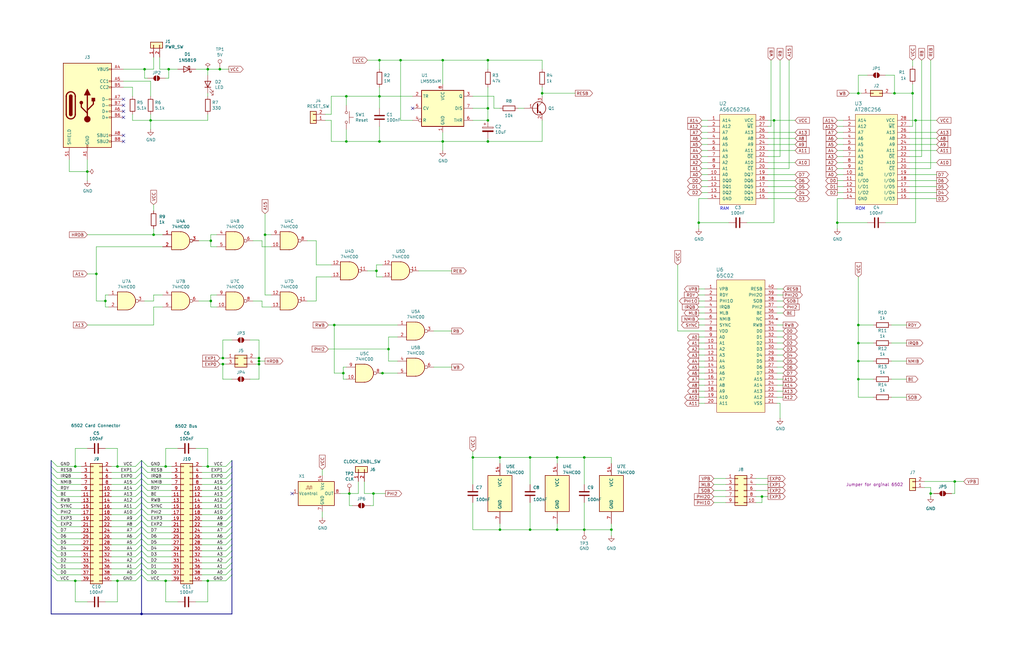
<source format=kicad_sch>
(kicad_sch (version 20250114) (generator "eeschema") (generator_version "9.0")
  (paper "USLedger")
  (title_block (title "6502 Main Board") (date "2024-06-12") (rev "1.0") (company "A.C. Wright Design"))
  (text "ROM" (at 360.68 88.9 0) (effects (font (size 1.27 1.27)) (justify left bottom)))
  (text "RAM" (at 303.53 88.9 0) (effects (font (size 1.27 1.27)) (justify left bottom)))
  (junction (at 361.95 137.16))
  (junction (at 87.63 29.21))
  (junction (at 144.78 157.48))
  (junction (at 326.39 50.8))
  (junction (at 161.29 157.48))
  (junction (at 87.63 196.85))
  (junction (at 353.06 93.98))
  (junction (at 186.69 59.69))
  (junction (at 246.38 223.52))
  (junction (at 31.75 245.11))
  (junction (at 59.69 259.08))
  (junction (at 199.39 193.04))
  (junction (at 205.74 50.8))
  (junction (at 44.45 127))
  (junction (at 146.05 59.69))
  (junction (at 109.22 153.67))
  (junction (at 88.9 101.6))
  (junction (at 71.12 29.21))
  (junction (at 49.53 196.85))
  (junction (at 158.75 114.3))
  (junction (at 228.6 39.37))
  (junction (at 210.82 223.52))
  (junction (at 402.59 203.2))
  (junction (at 109.22 151.13))
  (junction (at 186.69 25.4))
  (junction (at 49.53 245.11))
  (junction (at 87.63 245.11))
  (junction (at 210.82 193.04))
  (junction (at 111.76 99.06))
  (junction (at 361.95 39.37))
  (junction (at 384.81 39.37))
  (junction (at 223.52 193.04))
  (junction (at 223.52 223.52))
  (junction (at 361.95 160.02))
  (junction (at 234.95 223.52))
  (junction (at 31.75 196.85))
  (junction (at 163.83 147.32))
  (junction (at 234.95 193.04))
  (junction (at 205.74 45.72))
  (junction (at 88.9 127))
  (junction (at 160.02 25.4))
  (junction (at 205.74 59.69))
  (junction (at 147.32 208.28))
  (junction (at 146.05 40.64))
  (junction (at 321.31 209.55))
  (junction (at 392.43 208.28))
  (junction (at 257.81 223.52))
  (junction (at 140.97 137.16))
  (junction (at 69.85 196.85))
  (junction (at 246.38 193.04))
  (junction (at 40.64 115.57))
  (junction (at 157.48 208.28))
  (junction (at 109.22 152.4))
  (junction (at 377.19 39.37))
  (junction (at 60.96 29.21))
  (junction (at 205.74 25.4))
  (junction (at 93.98 151.13))
  (junction (at 294.64 93.98))
  (junction (at 69.85 245.11))
  (junction (at 63.5 50.8))
  (junction (at 386.08 50.8))
  (junction (at 168.91 25.4))
  (junction (at 160.02 40.64))
  (junction (at 361.95 152.4))
  (junction (at 64.77 99.06))
  (junction (at 36.83 72.39))
  (junction (at 93.98 153.67))
  (junction (at 92.71 29.21))
  (junction (at 160.02 59.69))
  (junction (at 361.95 144.78))
  (no_connect (at 173.99 45.72))
  (no_connect (at 52.07 44.45))
  (no_connect (at 123.19 208.28))
  (no_connect (at 52.07 49.53))
  (no_connect (at 52.07 59.69))
  (no_connect (at 52.07 46.99))
  (no_connect (at 52.07 57.15))
  (no_connect (at 52.07 41.91))
  (bus_entry (at 97.79 227.33) (size -2.54 2.54))
  (bus_entry (at 97.79 217.17) (size -2.54 2.54))
  (bus_entry (at 59.69 224.79) (size -2.54 2.54))
  (bus_entry (at 59.69 207.01) (size 2.54 2.54))
  (bus_entry (at 59.69 207.01) (size -2.54 2.54))
  (bus_entry (at 97.79 199.39) (size -2.54 2.54))
  (bus_entry (at 21.59 219.71) (size 2.54 2.54))
  (bus_entry (at 97.79 232.41) (size -2.54 2.54))
  (bus_entry (at 21.59 217.17) (size 2.54 2.54))
  (bus_entry (at 21.59 212.09) (size 2.54 2.54))
  (bus_entry (at 59.69 219.71) (size -2.54 2.54))
  (bus_entry (at 21.59 237.49) (size 2.54 2.54))
  (bus_entry (at 59.69 201.93) (size 2.54 2.54))
  (bus_entry (at 59.69 199.39) (size -2.54 2.54))
  (bus_entry (at 59.69 196.85) (size 2.54 2.54))
  (bus_entry (at 59.69 242.57) (size 2.54 2.54))
  (bus_entry (at 59.69 224.79) (size 2.54 2.54))
  (bus_entry (at 59.69 212.09) (size -2.54 2.54))
  (bus_entry (at 97.79 196.85) (size -2.54 2.54))
  (bus_entry (at 59.69 240.03) (size 2.54 2.54))
  (bus_entry (at 21.59 242.57) (size 2.54 2.54))
  (bus_entry (at 21.59 222.25) (size 2.54 2.54))
  (bus_entry (at 59.69 240.03) (size -2.54 2.54))
  (bus_entry (at 21.59 224.79) (size 2.54 2.54))
  (bus_entry (at 59.69 229.87) (size -2.54 2.54))
  (bus_entry (at 59.69 204.47) (size -2.54 2.54))
  (bus_entry (at 21.59 199.39) (size 2.54 2.54))
  (bus_entry (at 97.79 194.31) (size -2.54 2.54))
  (bus_entry (at 59.69 229.87) (size 2.54 2.54))
  (bus_entry (at 97.79 224.79) (size -2.54 2.54))
  (bus_entry (at 97.79 219.71) (size -2.54 2.54))
  (bus_entry (at 97.79 242.57) (size -2.54 2.54))
  (bus_entry (at 59.69 214.63) (size -2.54 2.54))
  (bus_entry (at 59.69 204.47) (size 2.54 2.54))
  (bus_entry (at 21.59 201.93) (size 2.54 2.54))
  (bus_entry (at 59.69 219.71) (size 2.54 2.54))
  (bus_entry (at 21.59 196.85) (size 2.54 2.54))
  (bus_entry (at 21.59 194.31) (size 2.54 2.54))
  (bus_entry (at 59.69 242.57) (size -2.54 2.54))
  (bus_entry (at 59.69 222.25) (size -2.54 2.54))
  (bus_entry (at 59.69 217.17) (size 2.54 2.54))
  (bus_entry (at 59.69 196.85) (size -2.54 2.54))
  (bus_entry (at 59.69 214.63) (size 2.54 2.54))
  (bus_entry (at 97.79 234.95) (size -2.54 2.54))
  (bus_entry (at 21.59 234.95) (size 2.54 2.54))
  (bus_entry (at 59.69 212.09) (size 2.54 2.54))
  (bus_entry (at 97.79 222.25) (size -2.54 2.54))
  (bus_entry (at 59.69 232.41) (size 2.54 2.54))
  (bus_entry (at 59.69 227.33) (size 2.54 2.54))
  (bus_entry (at 97.79 204.47) (size -2.54 2.54))
  (bus_entry (at 59.69 234.95) (size 2.54 2.54))
  (bus_entry (at 59.69 209.55) (size -2.54 2.54))
  (bus_entry (at 59.69 227.33) (size -2.54 2.54))
  (bus_entry (at 21.59 232.41) (size 2.54 2.54))
  (bus_entry (at 59.69 209.55) (size 2.54 2.54))
  (bus_entry (at 59.69 201.93) (size -2.54 2.54))
  (bus_entry (at 59.69 234.95) (size -2.54 2.54))
  (bus_entry (at 21.59 227.33) (size 2.54 2.54))
  (bus_entry (at 59.69 217.17) (size -2.54 2.54))
  (bus_entry (at 97.79 209.55) (size -2.54 2.54))
  (bus_entry (at 97.79 212.09) (size -2.54 2.54))
  (bus_entry (at 97.79 240.03) (size -2.54 2.54))
  (bus_entry (at 59.69 237.49) (size -2.54 2.54))
  (bus_entry (at 21.59 209.55) (size 2.54 2.54))
  (bus_entry (at 59.69 194.31) (size 2.54 2.54))
  (bus_entry (at 59.69 194.31) (size -2.54 2.54))
  (bus_entry (at 21.59 214.63) (size 2.54 2.54))
  (bus_entry (at 97.79 214.63) (size -2.54 2.54))
  (bus_entry (at 21.59 229.87) (size 2.54 2.54))
  (bus_entry (at 97.79 237.49) (size -2.54 2.54))
  (bus_entry (at 59.69 237.49) (size 2.54 2.54))
  (bus_entry (at 59.69 199.39) (size 2.54 2.54))
  (bus_entry (at 59.69 232.41) (size -2.54 2.54))
  (bus_entry (at 97.79 229.87) (size -2.54 2.54))
  (bus_entry (at 21.59 240.03) (size 2.54 2.54))
  (bus_entry (at 21.59 204.47) (size 2.54 2.54))
  (bus_entry (at 59.69 222.25) (size 2.54 2.54))
  (bus_entry (at 97.79 207.01) (size -2.54 2.54))
  (bus_entry (at 21.59 207.01) (size 2.54 2.54))
  (bus_entry (at 97.79 201.93) (size -2.54 2.54))
  (wire (pts (xy 49.53 189.23) (xy 49.53 196.85)))
  (wire (pts (xy 163.83 147.32) (xy 138.43 147.32)))
  (bus (pts (xy 97.79 199.39) (xy 97.79 201.93)))
  (bus (pts (xy 21.59 227.33) (xy 21.59 229.87)))
  (wire (pts (xy 294.64 121.92) (xy 297.18 121.92)))
  (wire (pts (xy 95.25 222.25) (xy 85.09 222.25)))
  (wire (pts (xy 323.85 68.58) (xy 335.28 68.58)))
  (wire (pts (xy 392.43 208.28) (xy 392.43 209.55)))
  (bus (pts (xy 59.69 212.09) (xy 59.69 214.63)))
  (wire (pts (xy 327.66 127) (xy 330.2 127)))
  (wire (pts (xy 158.75 116.84) (xy 161.29 116.84)))
  (wire (pts (xy 72.39 240.03) (xy 62.23 240.03)))
  (wire (pts (xy 294.64 157.48) (xy 297.18 157.48)))
  (wire (pts (xy 95.25 232.41) (xy 85.09 232.41)))
  (wire (pts (xy 294.64 152.4) (xy 297.18 152.4)))
  (wire (pts (xy 323.85 83.82) (xy 335.28 83.82)))
  (wire (pts (xy 36.83 67.31) (xy 36.83 72.39)))
  (wire (pts (xy 294.64 93.98) (xy 307.34 93.98)))
  (bus (pts (xy 97.79 234.95) (xy 97.79 237.49)))
  (wire (pts (xy 64.77 96.52) (xy 64.77 99.06)))
  (bus (pts (xy 21.59 209.55) (xy 21.59 212.09)))
  (wire (pts (xy 383.54 60.96) (xy 394.97 60.96)))
  (wire (pts (xy 95.25 237.49) (xy 85.09 237.49)))
  (wire (pts (xy 205.74 36.83) (xy 205.74 45.72)))
  (wire (pts (xy 199.39 193.04) (xy 199.39 204.47)))
  (wire (pts (xy 57.15 222.25) (xy 46.99 222.25)))
  (wire (pts (xy 158.75 111.76) (xy 158.75 114.3)))
  (wire (pts (xy 143.51 208.28) (xy 147.32 208.28)))
  (wire (pts (xy 95.25 242.57) (xy 85.09 242.57)))
  (bus (pts (xy 97.79 240.03) (xy 97.79 242.57)))
  (wire (pts (xy 228.6 59.69) (xy 205.74 59.69)))
  (wire (pts (xy 361.95 160.02) (xy 361.95 167.64)))
  (wire (pts (xy 57.15 201.93) (xy 46.99 201.93)))
  (wire (pts (xy 176.53 114.3) (xy 190.5 114.3)))
  (wire (pts (xy 205.74 25.4) (xy 186.69 25.4)))
  (wire (pts (xy 402.59 203.2) (xy 406.4 203.2)))
  (wire (pts (xy 156.21 213.36) (xy 157.48 213.36)))
  (wire (pts (xy 295.91 58.42) (xy 298.45 58.42)))
  (wire (pts (xy 300.99 201.93) (xy 306.07 201.93)))
  (wire (pts (xy 160.02 53.34) (xy 160.02 59.69)))
  (wire (pts (xy 55.88 36.83) (xy 55.88 40.64)))
  (bus (pts (xy 21.59 199.39) (xy 21.59 201.93)))
  (wire (pts (xy 294.64 165.1) (xy 297.18 165.1)))
  (wire (pts (xy 327.66 165.1) (xy 330.2 165.1)))
  (wire (pts (xy 295.91 76.2) (xy 298.45 76.2)))
  (wire (pts (xy 95.25 207.01) (xy 85.09 207.01)))
  (wire (pts (xy 353.06 60.96) (xy 355.6 60.96)))
  (wire (pts (xy 105.41 143.51) (xy 109.22 143.51)))
  (wire (pts (xy 323.85 71.12) (xy 332.74 71.12)))
  (wire (pts (xy 93.98 151.13) (xy 92.71 151.13)))
  (wire (pts (xy 69.85 189.23) (xy 69.85 196.85)))
  (wire (pts (xy 323.85 60.96) (xy 335.28 60.96)))
  (wire (pts (xy 377.19 31.75) (xy 377.19 39.37)))
  (wire (pts (xy 199.39 223.52) (xy 210.82 223.52)))
  (bus (pts (xy 59.69 209.55) (xy 59.69 212.09)))
  (wire (pts (xy 49.53 254) (xy 44.45 254)))
  (wire (pts (xy 383.54 53.34) (xy 384.81 53.34)))
  (wire (pts (xy 353.06 55.88) (xy 355.6 55.88)))
  (wire (pts (xy 40.64 127) (xy 40.64 115.57)))
  (wire (pts (xy 158.75 114.3) (xy 158.75 116.84)))
  (wire (pts (xy 95.25 196.85) (xy 87.63 196.85)))
  (wire (pts (xy 87.63 39.37) (xy 87.63 40.64)))
  (wire (pts (xy 133.35 111.76) (xy 139.7 111.76)))
  (wire (pts (xy 140.97 157.48) (xy 140.97 137.16)))
  (wire (pts (xy 246.38 212.09) (xy 246.38 223.52)))
  (wire (pts (xy 62.23 242.57) (xy 72.39 242.57)))
  (wire (pts (xy 168.91 25.4) (xy 168.91 50.8)))
  (wire (pts (xy 257.81 223.52) (xy 257.81 220.98)))
  (wire (pts (xy 72.39 196.85) (xy 69.85 196.85)))
  (wire (pts (xy 332.74 71.12) (xy 332.74 25.4)))
  (wire (pts (xy 328.93 66.04) (xy 328.93 25.4)))
  (wire (pts (xy 110.49 104.14) (xy 110.49 101.6)))
  (wire (pts (xy 139.7 40.64) (xy 139.7 48.26)))
  (wire (pts (xy 52.07 29.21) (xy 60.96 29.21)))
  (wire (pts (xy 377.19 39.37) (xy 384.81 39.37)))
  (wire (pts (xy 327.66 170.18) (xy 328.93 170.18)))
  (wire (pts (xy 110.49 127) (xy 106.68 127)))
  (wire (pts (xy 85.09 240.03) (xy 95.25 240.03)))
  (wire (pts (xy 93.98 160.02) (xy 97.79 160.02)))
  (wire (pts (xy 44.45 189.23) (xy 49.53 189.23)))
  (bus (pts (xy 59.69 214.63) (xy 59.69 217.17)))
  (wire (pts (xy 24.13 222.25) (xy 34.29 222.25)))
  (wire (pts (xy 74.93 189.23) (xy 69.85 189.23)))
  (wire (pts (xy 87.63 29.21) (xy 92.71 29.21)))
  (wire (pts (xy 36.83 99.06) (xy 64.77 99.06)))
  (wire (pts (xy 62.23 204.47) (xy 72.39 204.47)))
  (wire (pts (xy 57.15 232.41) (xy 46.99 232.41)))
  (wire (pts (xy 72.39 229.87) (xy 62.23 229.87)))
  (wire (pts (xy 31.75 189.23) (xy 31.75 196.85)))
  (bus (pts (xy 97.79 222.25) (xy 97.79 224.79)))
  (wire (pts (xy 327.66 132.08) (xy 330.2 132.08)))
  (bus (pts (xy 59.69 219.71) (xy 59.69 222.25)))
  (wire (pts (xy 139.7 48.26) (xy 137.16 48.26)))
  (wire (pts (xy 57.15 212.09) (xy 46.99 212.09)))
  (wire (pts (xy 295.91 81.28) (xy 298.45 81.28)))
  (wire (pts (xy 31.75 245.11) (xy 31.75 254)))
  (wire (pts (xy 24.13 199.39) (xy 34.29 199.39)))
  (wire (pts (xy 375.92 160.02) (xy 382.27 160.02)))
  (wire (pts (xy 88.9 104.14) (xy 91.44 104.14)))
  (bus (pts (xy 59.69 224.79) (xy 59.69 227.33)))
  (wire (pts (xy 72.39 245.11) (xy 69.85 245.11)))
  (wire (pts (xy 88.9 124.46) (xy 88.9 127)))
  (wire (pts (xy 85.09 214.63) (xy 95.25 214.63)))
  (wire (pts (xy 24.13 212.09) (xy 34.29 212.09)))
  (wire (pts (xy 199.39 45.72) (xy 205.74 45.72)))
  (wire (pts (xy 327.66 149.86) (xy 330.2 149.86)))
  (wire (pts (xy 318.77 209.55) (xy 321.31 209.55)))
  (bus (pts (xy 21.59 229.87) (xy 21.59 232.41)))
  (wire (pts (xy 95.25 153.67) (xy 93.98 153.67)))
  (bus (pts (xy 21.59 201.93) (xy 21.59 204.47)))
  (wire (pts (xy 383.54 58.42) (xy 394.97 58.42)))
  (wire (pts (xy 386.08 50.8) (xy 394.97 50.8)))
  (wire (pts (xy 62.23 222.25) (xy 72.39 222.25)))
  (wire (pts (xy 294.64 132.08) (xy 297.18 132.08)))
  (wire (pts (xy 246.38 193.04) (xy 246.38 204.47)))
  (wire (pts (xy 40.64 115.57) (xy 36.83 115.57)))
  (wire (pts (xy 62.23 207.01) (xy 72.39 207.01)))
  (bus (pts (xy 21.59 212.09) (xy 21.59 214.63)))
  (wire (pts (xy 154.94 114.3) (xy 158.75 114.3)))
  (wire (pts (xy 46.99 224.79) (xy 57.15 224.79)))
  (wire (pts (xy 386.08 93.98) (xy 386.08 50.8)))
  (wire (pts (xy 186.69 59.69) (xy 186.69 55.88)))
  (wire (pts (xy 355.6 83.82) (xy 353.06 83.82)))
  (wire (pts (xy 57.15 217.17) (xy 46.99 217.17)))
  (bus (pts (xy 21.59 224.79) (xy 21.59 227.33)))
  (wire (pts (xy 31.75 254) (xy 36.83 254)))
  (wire (pts (xy 85.09 245.11) (xy 87.63 245.11)))
  (wire (pts (xy 144.78 154.94) (xy 146.05 154.94)))
  (wire (pts (xy 46.99 240.03) (xy 57.15 240.03)))
  (wire (pts (xy 109.22 152.4) (xy 109.22 153.67)))
  (wire (pts (xy 218.44 45.72) (xy 220.98 45.72)))
  (wire (pts (xy 133.35 101.6) (xy 133.35 111.76)))
  (wire (pts (xy 294.64 144.78) (xy 297.18 144.78)))
  (wire (pts (xy 85.09 219.71) (xy 95.25 219.71)))
  (wire (pts (xy 109.22 153.67) (xy 107.95 153.67)))
  (wire (pts (xy 208.28 45.72) (xy 210.82 45.72)))
  (wire (pts (xy 57.15 242.57) (xy 46.99 242.57)))
  (wire (pts (xy 87.63 245.11) (xy 95.25 245.11)))
  (wire (pts (xy 31.75 196.85) (xy 34.29 196.85)))
  (wire (pts (xy 257.81 223.52) (xy 257.81 226.06)))
  (wire (pts (xy 295.91 60.96) (xy 298.45 60.96)))
  (wire (pts (xy 44.45 124.46) (xy 44.45 127)))
  (wire (pts (xy 60.96 33.02) (xy 60.96 29.21)))
  (bus (pts (xy 59.69 217.17) (xy 59.69 219.71)))
  (wire (pts (xy 361.95 31.75) (xy 361.95 39.37)))
  (wire (pts (xy 88.9 99.06) (xy 88.9 101.6)))
  (wire (pts (xy 375.92 39.37) (xy 377.19 39.37)))
  (wire (pts (xy 388.62 66.04) (xy 388.62 25.4)))
  (wire (pts (xy 392.43 71.12) (xy 392.43 25.4)))
  (wire (pts (xy 85.09 209.55) (xy 95.25 209.55)))
  (wire (pts (xy 402.59 208.28) (xy 402.59 203.2)))
  (wire (pts (xy 384.81 53.34) (xy 384.81 39.37)))
  (wire (pts (xy 210.82 193.04) (xy 223.52 193.04)))
  (wire (pts (xy 72.39 234.95) (xy 62.23 234.95)))
  (wire (pts (xy 294.64 142.24) (xy 297.18 142.24)))
  (wire (pts (xy 210.82 223.52) (xy 223.52 223.52)))
  (wire (pts (xy 361.95 116.84) (xy 361.95 137.16)))
  (wire (pts (xy 353.06 81.28) (xy 355.6 81.28)))
  (wire (pts (xy 146.05 40.64) (xy 139.7 40.64)))
  (wire (pts (xy 294.64 147.32) (xy 297.18 147.32)))
  (wire (pts (xy 363.22 39.37) (xy 361.95 39.37)))
  (wire (pts (xy 361.95 167.64) (xy 368.3 167.64)))
  (wire (pts (xy 46.99 234.95) (xy 57.15 234.95)))
  (wire (pts (xy 228.6 39.37) (xy 242.57 39.37)))
  (wire (pts (xy 234.95 223.52) (xy 246.38 223.52)))
  (bus (pts (xy 59.69 234.95) (xy 59.69 237.49)))
  (wire (pts (xy 140.97 137.16) (xy 167.64 137.16)))
  (wire (pts (xy 34.29 224.79) (xy 24.13 224.79)))
  (wire (pts (xy 234.95 193.04) (xy 234.95 195.58)))
  (wire (pts (xy 323.85 58.42) (xy 335.28 58.42)))
  (wire (pts (xy 91.44 99.06) (xy 88.9 99.06)))
  (wire (pts (xy 114.3 99.06) (xy 111.76 99.06)))
  (wire (pts (xy 87.63 245.11) (xy 87.63 254)))
  (wire (pts (xy 147.32 208.28) (xy 151.13 208.28)))
  (wire (pts (xy 144.78 157.48) (xy 144.78 154.94)))
  (wire (pts (xy 353.06 50.8) (xy 355.6 50.8)))
  (wire (pts (xy 323.85 63.5) (xy 335.28 63.5)))
  (wire (pts (xy 153.67 203.2) (xy 153.67 208.28)))
  (wire (pts (xy 361.95 160.02) (xy 368.3 160.02)))
  (wire (pts (xy 294.64 129.54) (xy 297.18 129.54)))
  (bus (pts (xy 59.69 240.03) (xy 59.69 242.57)))
  (wire (pts (xy 144.78 157.48) (xy 140.97 157.48)))
  (wire (pts (xy 353.06 93.98) (xy 365.76 93.98)))
  (wire (pts (xy 246.38 193.04) (xy 257.81 193.04)))
  (wire (pts (xy 294.64 162.56) (xy 297.18 162.56)))
  (wire (pts (xy 160.02 59.69) (xy 186.69 59.69)))
  (wire (pts (xy 57.15 227.33) (xy 46.99 227.33)))
  (bus (pts (xy 97.79 214.63) (xy 97.79 217.17)))
  (wire (pts (xy 62.23 217.17) (xy 72.39 217.17)))
  (wire (pts (xy 353.06 63.5) (xy 355.6 63.5)))
  (bus (pts (xy 59.69 196.85) (xy 59.69 199.39)))
  (bus (pts (xy 97.79 242.57) (xy 97.79 259.08)))
  (wire (pts (xy 257.81 193.04) (xy 257.81 195.58)))
  (wire (pts (xy 223.52 212.09) (xy 223.52 223.52)))
  (wire (pts (xy 110.49 129.54) (xy 110.49 127)))
  (wire (pts (xy 34.29 240.03) (xy 24.13 240.03)))
  (wire (pts (xy 361.95 137.16) (xy 368.3 137.16)))
  (wire (pts (xy 173.99 40.64) (xy 160.02 40.64)))
  (wire (pts (xy 63.5 34.29) (xy 63.5 40.64)))
  (wire (pts (xy 72.39 214.63) (xy 62.23 214.63)))
  (wire (pts (xy 375.92 137.16) (xy 382.27 137.16)))
  (wire (pts (xy 109.22 151.13) (xy 109.22 152.4)))
  (wire (pts (xy 365.76 31.75) (xy 361.95 31.75)))
  (wire (pts (xy 88.9 124.46) (xy 91.44 124.46)))
  (wire (pts (xy 148.59 213.36) (xy 147.32 213.36)))
  (wire (pts (xy 95.25 151.13) (xy 93.98 151.13)))
  (wire (pts (xy 62.23 196.85) (xy 69.85 196.85)))
  (wire (pts (xy 45.72 124.46) (xy 44.45 124.46)))
  (bus (pts (xy 21.59 219.71) (xy 21.59 222.25)))
  (wire (pts (xy 87.63 196.85) (xy 85.09 196.85)))
  (wire (pts (xy 46.99 219.71) (xy 57.15 219.71)))
  (wire (pts (xy 163.83 147.32) (xy 163.83 152.4)))
  (wire (pts (xy 24.13 201.93) (xy 34.29 201.93)))
  (wire (pts (xy 295.91 68.58) (xy 298.45 68.58)))
  (wire (pts (xy 62.23 33.02) (xy 60.96 33.02)))
  (wire (pts (xy 95.25 217.17) (xy 85.09 217.17)))
  (wire (pts (xy 64.77 137.16) (xy 36.83 137.16)))
  (wire (pts (xy 285.75 111.76) (xy 285.75 139.7)))
  (wire (pts (xy 168.91 50.8) (xy 173.99 50.8)))
  (wire (pts (xy 34.29 229.87) (xy 24.13 229.87)))
  (wire (pts (xy 64.77 127) (xy 64.77 124.46)))
  (wire (pts (xy 294.64 83.82) (xy 294.64 93.98)))
  (wire (pts (xy 157.48 208.28) (xy 162.56 208.28)))
  (wire (pts (xy 327.66 142.24) (xy 330.2 142.24)))
  (wire (pts (xy 24.13 245.11) (xy 31.75 245.11)))
  (wire (pts (xy 323.85 53.34) (xy 325.12 53.34)))
  (wire (pts (xy 49.53 245.11) (xy 57.15 245.11)))
  (wire (pts (xy 295.91 55.88) (xy 298.45 55.88)))
  (wire (pts (xy 323.85 73.66) (xy 335.28 73.66)))
  (wire (pts (xy 24.13 204.47) (xy 34.29 204.47)))
  (wire (pts (xy 208.28 40.64) (xy 208.28 45.72)))
  (wire (pts (xy 85.09 229.87) (xy 95.25 229.87)))
  (wire (pts (xy 144.78 160.02) (xy 144.78 157.48)))
  (wire (pts (xy 160.02 40.64) (xy 160.02 36.83)))
  (wire (pts (xy 353.06 93.98) (xy 353.06 96.52)))
  (wire (pts (xy 285.75 139.7) (xy 297.18 139.7)))
  (wire (pts (xy 83.82 101.6) (xy 88.9 101.6)))
  (wire (pts (xy 234.95 223.52) (xy 234.95 220.98)))
  (wire (pts (xy 323.85 78.74) (xy 335.28 78.74)))
  (wire (pts (xy 294.64 127) (xy 297.18 127)))
  (wire (pts (xy 205.74 25.4) (xy 228.6 25.4)))
  (wire (pts (xy 161.29 157.48) (xy 167.64 157.48)))
  (bus (pts (xy 97.79 217.17) (xy 97.79 219.71)))
  (wire (pts (xy 199.39 212.09) (xy 199.39 223.52)))
  (bus (pts (xy 97.79 207.01) (xy 97.79 209.55)))
  (wire (pts (xy 49.53 245.11) (xy 49.53 254)))
  (wire (pts (xy 64.77 129.54) (xy 64.77 137.16)))
  (wire (pts (xy 93.98 153.67) (xy 92.71 153.67)))
  (wire (pts (xy 24.13 217.17) (xy 34.29 217.17)))
  (wire (pts (xy 83.82 127) (xy 88.9 127)))
  (wire (pts (xy 95.25 227.33) (xy 85.09 227.33)))
  (wire (pts (xy 85.09 199.39) (xy 95.25 199.39)))
  (bus (pts (xy 21.59 194.31) (xy 21.59 196.85)))
  (bus (pts (xy 59.69 242.57) (xy 59.69 259.08)))
  (wire (pts (xy 167.64 142.24) (xy 163.83 142.24)))
  (wire (pts (xy 40.64 104.14) (xy 68.58 104.14)))
  (bus (pts (xy 97.79 212.09) (xy 97.79 214.63)))
  (wire (pts (xy 146.05 160.02) (xy 144.78 160.02)))
  (wire (pts (xy 327.66 160.02) (xy 330.2 160.02)))
  (wire (pts (xy 353.06 83.82) (xy 353.06 93.98)))
  (wire (pts (xy 161.29 111.76) (xy 158.75 111.76)))
  (wire (pts (xy 93.98 143.51) (xy 93.98 151.13)))
  (wire (pts (xy 163.83 152.4) (xy 167.64 152.4)))
  (bus (pts (xy 59.69 204.47) (xy 59.69 207.01)))
  (wire (pts (xy 373.38 93.98) (xy 386.08 93.98)))
  (wire (pts (xy 228.6 36.83) (xy 228.6 39.37)))
  (wire (pts (xy 223.52 204.47) (xy 223.52 193.04)))
  (wire (pts (xy 46.99 209.55) (xy 57.15 209.55)))
  (wire (pts (xy 353.06 66.04) (xy 355.6 66.04)))
  (wire (pts (xy 353.06 76.2) (xy 355.6 76.2)))
  (wire (pts (xy 210.82 195.58) (xy 210.82 193.04)))
  (wire (pts (xy 109.22 160.02) (xy 105.41 160.02)))
  (wire (pts (xy 383.54 55.88) (xy 394.97 55.88)))
  (wire (pts (xy 60.96 127) (xy 64.77 127)))
  (wire (pts (xy 107.95 151.13) (xy 109.22 151.13)))
  (wire (pts (xy 160.02 25.4) (xy 160.02 29.21)))
  (wire (pts (xy 62.23 227.33) (xy 72.39 227.33)))
  (wire (pts (xy 85.09 224.79) (xy 95.25 224.79)))
  (wire (pts (xy 323.85 55.88) (xy 335.28 55.88)))
  (wire (pts (xy 323.85 76.2) (xy 335.28 76.2)))
  (wire (pts (xy 327.66 121.92) (xy 330.2 121.92)))
  (wire (pts (xy 55.88 48.26) (xy 55.88 50.8)))
  (wire (pts (xy 146.05 54.61) (xy 146.05 59.69)))
  (wire (pts (xy 373.38 31.75) (xy 377.19 31.75)))
  (wire (pts (xy 327.66 124.46) (xy 330.2 124.46)))
  (wire (pts (xy 328.93 170.18) (xy 328.93 176.53)))
  (bus (pts (xy 59.69 207.01) (xy 59.69 209.55)))
  (wire (pts (xy 82.55 189.23) (xy 87.63 189.23)))
  (wire (pts (xy 24.13 242.57) (xy 34.29 242.57)))
  (wire (pts (xy 34.29 219.71) (xy 24.13 219.71)))
  (wire (pts (xy 326.39 93.98) (xy 326.39 50.8)))
  (wire (pts (xy 111.76 124.46) (xy 114.3 124.46)))
  (wire (pts (xy 300.99 212.09) (xy 306.07 212.09)))
  (wire (pts (xy 95.25 212.09) (xy 85.09 212.09)))
  (wire (pts (xy 327.66 139.7) (xy 330.2 139.7)))
  (wire (pts (xy 46.99 214.63) (xy 57.15 214.63)))
  (bus (pts (xy 21.59 240.03) (xy 21.59 242.57)))
  (wire (pts (xy 24.13 227.33) (xy 34.29 227.33)))
  (wire (pts (xy 64.77 88.9) (xy 64.77 86.36)))
  (wire (pts (xy 135.89 215.9) (xy 135.89 218.44)))
  (bus (pts (xy 97.79 194.31) (xy 97.79 196.85)))
  (wire (pts (xy 146.05 44.45) (xy 146.05 40.64)))
  (wire (pts (xy 205.74 58.42) (xy 205.74 59.69)))
  (wire (pts (xy 46.99 245.11) (xy 49.53 245.11)))
  (wire (pts (xy 44.45 127) (xy 40.64 127)))
  (bus (pts (xy 21.59 204.47) (xy 21.59 207.01)))
  (wire (pts (xy 295.91 63.5) (xy 298.45 63.5)))
  (wire (pts (xy 294.64 137.16) (xy 297.18 137.16)))
  (wire (pts (xy 46.99 229.87) (xy 57.15 229.87)))
  (wire (pts (xy 157.48 213.36) (xy 157.48 208.28)))
  (bus (pts (xy 21.59 234.95) (xy 21.59 237.49)))
  (bus (pts (xy 21.59 237.49) (xy 21.59 240.03)))
  (bus (pts (xy 97.79 219.71) (xy 97.79 222.25)))
  (wire (pts (xy 228.6 39.37) (xy 228.6 40.64)))
  (wire (pts (xy 383.54 71.12) (xy 392.43 71.12)))
  (wire (pts (xy 63.5 48.26) (xy 63.5 50.8)))
  (wire (pts (xy 68.58 99.06) (xy 64.77 99.06)))
  (wire (pts (xy 34.29 245.11) (xy 31.75 245.11)))
  (wire (pts (xy 300.99 207.01) (xy 306.07 207.01)))
  (wire (pts (xy 327.66 154.94) (xy 330.2 154.94)))
  (bus (pts (xy 21.59 222.25) (xy 21.59 224.79)))
  (wire (pts (xy 361.95 144.78) (xy 361.95 152.4)))
  (wire (pts (xy 44.45 127) (xy 44.45 129.54)))
  (wire (pts (xy 318.77 204.47) (xy 323.85 204.47)))
  (wire (pts (xy 137.16 50.8) (xy 139.7 50.8)))
  (wire (pts (xy 199.39 40.64) (xy 208.28 40.64)))
  (bus (pts (xy 97.79 209.55) (xy 97.79 212.09)))
  (wire (pts (xy 24.13 207.01) (xy 34.29 207.01)))
  (wire (pts (xy 389.89 205.74) (xy 392.43 205.74)))
  (wire (pts (xy 109.22 152.4) (xy 111.76 152.4)))
  (wire (pts (xy 87.63 48.26) (xy 87.63 50.8)))
  (wire (pts (xy 24.13 232.41) (xy 34.29 232.41)))
  (wire (pts (xy 40.64 115.57) (xy 40.64 104.14)))
  (wire (pts (xy 69.85 245.11) (xy 69.85 254)))
  (wire (pts (xy 71.12 29.21) (xy 74.93 29.21)))
  (bus (pts (xy 21.59 214.63) (xy 21.59 217.17)))
  (wire (pts (xy 57.15 207.01) (xy 46.99 207.01)))
  (wire (pts (xy 72.39 209.55) (xy 62.23 209.55)))
  (wire (pts (xy 383.54 81.28) (xy 394.97 81.28)))
  (bus (pts (xy 97.79 204.47) (xy 97.79 207.01)))
  (wire (pts (xy 168.91 25.4) (xy 160.02 25.4)))
  (wire (pts (xy 323.85 81.28) (xy 335.28 81.28)))
  (wire (pts (xy 24.13 196.85) (xy 31.75 196.85)))
  (wire (pts (xy 160.02 157.48) (xy 161.29 157.48)))
  (wire (pts (xy 223.52 223.52) (xy 234.95 223.52)))
  (wire (pts (xy 234.95 193.04) (xy 246.38 193.04)))
  (wire (pts (xy 228.6 50.8) (xy 228.6 59.69)))
  (bus (pts (xy 21.59 207.01) (xy 21.59 209.55)))
  (wire (pts (xy 205.74 45.72) (xy 205.74 50.8)))
  (wire (pts (xy 135.89 198.12) (xy 135.89 200.66)))
  (wire (pts (xy 383.54 76.2) (xy 394.97 76.2)))
  (wire (pts (xy 139.7 59.69) (xy 146.05 59.69)))
  (wire (pts (xy 199.39 193.04) (xy 210.82 193.04)))
  (wire (pts (xy 205.74 59.69) (xy 186.69 59.69)))
  (wire (pts (xy 82.55 29.21) (xy 87.63 29.21)))
  (wire (pts (xy 92.71 29.21) (xy 96.52 29.21)))
  (wire (pts (xy 109.22 143.51) (xy 109.22 151.13)))
  (wire (pts (xy 63.5 50.8) (xy 87.63 50.8)))
  (wire (pts (xy 69.85 33.02) (xy 71.12 33.02)))
  (wire (pts (xy 361.95 144.78) (xy 368.3 144.78)))
  (wire (pts (xy 326.39 50.8) (xy 335.28 50.8)))
  (bus (pts (xy 59.69 229.87) (xy 59.69 232.41)))
  (bus (pts (xy 97.79 237.49) (xy 97.79 240.03)))
  (wire (pts (xy 294.64 167.64) (xy 297.18 167.64)))
  (wire (pts (xy 383.54 78.74) (xy 394.97 78.74)))
  (wire (pts (xy 88.9 129.54) (xy 91.44 129.54)))
  (wire (pts (xy 62.23 199.39) (xy 72.39 199.39)))
  (wire (pts (xy 34.29 214.63) (xy 24.13 214.63)))
  (wire (pts (xy 85.09 204.47) (xy 95.25 204.47)))
  (wire (pts (xy 246.38 223.52) (xy 257.81 223.52)))
  (wire (pts (xy 67.31 29.21) (xy 71.12 29.21)))
  (wire (pts (xy 375.92 144.78) (xy 382.27 144.78)))
  (wire (pts (xy 36.83 72.39) (xy 36.83 76.2)))
  (wire (pts (xy 52.07 36.83) (xy 55.88 36.83)))
  (wire (pts (xy 318.77 212.09) (xy 321.31 212.09)))
  (bus (pts (xy 97.79 232.41) (xy 97.79 234.95)))
  (wire (pts (xy 361.95 152.4) (xy 368.3 152.4)))
  (wire (pts (xy 62.23 212.09) (xy 72.39 212.09)))
  (bus (pts (xy 59.69 237.49) (xy 59.69 240.03)))
  (wire (pts (xy 62.23 245.11) (xy 69.85 245.11)))
  (wire (pts (xy 93.98 160.02) (xy 93.98 153.67)))
  (wire (pts (xy 85.09 234.95) (xy 95.25 234.95)))
  (wire (pts (xy 383.54 83.82) (xy 394.97 83.82)))
  (wire (pts (xy 95.25 201.93) (xy 85.09 201.93)))
  (wire (pts (xy 72.39 224.79) (xy 62.23 224.79)))
  (wire (pts (xy 295.91 71.12) (xy 298.45 71.12)))
  (wire (pts (xy 210.82 223.52) (xy 210.82 220.98)))
  (wire (pts (xy 300.99 209.55) (xy 306.07 209.55)))
  (wire (pts (xy 34.29 209.55) (xy 24.13 209.55)))
  (bus (pts (xy 21.59 217.17) (xy 21.59 219.71)))
  (wire (pts (xy 182.88 139.7) (xy 190.5 139.7)))
  (wire (pts (xy 88.9 127) (xy 88.9 129.54)))
  (wire (pts (xy 111.76 99.06) (xy 111.76 124.46)))
  (wire (pts (xy 139.7 50.8) (xy 139.7 59.69)))
  (wire (pts (xy 392.43 205.74) (xy 392.43 208.28)))
  (wire (pts (xy 327.66 129.54) (xy 330.2 129.54)))
  (wire (pts (xy 57.15 196.85) (xy 49.53 196.85)))
  (wire (pts (xy 361.95 137.16) (xy 361.95 144.78)))
  (wire (pts (xy 114.3 129.54) (xy 110.49 129.54)))
  (bus (pts (xy 97.79 201.93) (xy 97.79 204.47)))
  (wire (pts (xy 295.91 53.34) (xy 298.45 53.34)))
  (wire (pts (xy 29.21 67.31) (xy 29.21 72.39)))
  (wire (pts (xy 327.66 162.56) (xy 330.2 162.56)))
  (wire (pts (xy 24.13 237.49) (xy 34.29 237.49)))
  (wire (pts (xy 186.69 25.4) (xy 168.91 25.4)))
  (wire (pts (xy 353.06 73.66) (xy 355.6 73.66)))
  (wire (pts (xy 29.21 72.39) (xy 36.83 72.39)))
  (wire (pts (xy 327.66 144.78) (xy 330.2 144.78)))
  (wire (pts (xy 87.63 31.75) (xy 87.63 29.21)))
  (wire (pts (xy 353.06 53.34) (xy 355.6 53.34)))
  (wire (pts (xy 62.23 201.93) (xy 72.39 201.93)))
  (bus (pts (xy 59.69 222.25) (xy 59.69 224.79)))
  (wire (pts (xy 69.85 254) (xy 74.93 254)))
  (bus (pts (xy 59.69 232.41) (xy 59.69 234.95)))
  (wire (pts (xy 114.3 104.14) (xy 110.49 104.14)))
  (wire (pts (xy 383.54 66.04) (xy 388.62 66.04)))
  (wire (pts (xy 383.54 50.8) (xy 386.08 50.8)))
  (bus (pts (xy 97.79 196.85) (xy 97.79 199.39)))
  (wire (pts (xy 327.66 152.4) (xy 330.2 152.4)))
  (wire (pts (xy 62.23 237.49) (xy 72.39 237.49)))
  (wire (pts (xy 129.54 127) (xy 133.35 127)))
  (wire (pts (xy 34.29 234.95) (xy 24.13 234.95)))
  (wire (pts (xy 72.39 219.71) (xy 62.23 219.71)))
  (wire (pts (xy 129.54 101.6) (xy 133.35 101.6)))
  (wire (pts (xy 294.64 134.62) (xy 297.18 134.62)))
  (wire (pts (xy 294.64 170.18) (xy 297.18 170.18)))
  (wire (pts (xy 160.02 45.72) (xy 160.02 40.64)))
  (wire (pts (xy 67.31 24.13) (xy 67.31 29.21)))
  (wire (pts (xy 383.54 68.58) (xy 394.97 68.58)))
  (wire (pts (xy 205.74 29.21) (xy 205.74 25.4)))
  (wire (pts (xy 163.83 142.24) (xy 163.83 147.32)))
  (wire (pts (xy 146.05 40.64) (xy 160.02 40.64)))
  (wire (pts (xy 353.06 58.42) (xy 355.6 58.42)))
  (wire (pts (xy 111.76 99.06) (xy 111.76 90.17)))
  (wire (pts (xy 393.7 208.28) (xy 392.43 208.28)))
  (wire (pts (xy 64.77 124.46) (xy 68.58 124.46)))
  (wire (pts (xy 294.64 149.86) (xy 297.18 149.86)))
  (wire (pts (xy 389.89 203.2) (xy 402.59 203.2)))
  (wire (pts (xy 375.92 152.4) (xy 382.27 152.4)))
  (wire (pts (xy 314.96 93.98) (xy 326.39 93.98)))
  (bus (pts (xy 97.79 229.87) (xy 97.79 232.41)))
  (wire (pts (xy 153.67 208.28) (xy 157.48 208.28)))
  (wire (pts (xy 133.35 127) (xy 133.35 116.84)))
  (wire (pts (xy 361.95 39.37) (xy 358.14 39.37)))
  (wire (pts (xy 46.99 199.39) (xy 57.15 199.39)))
  (wire (pts (xy 223.52 193.04) (xy 234.95 193.04)))
  (wire (pts (xy 327.66 167.64) (xy 330.2 167.64)))
  (wire (pts (xy 68.58 129.54) (xy 64.77 129.54)))
  (bus (pts (xy 59.69 201.93) (xy 59.69 204.47)))
  (wire (pts (xy 384.81 39.37) (xy 384.81 35.56)))
  (wire (pts (xy 186.69 35.56) (xy 186.69 25.4)))
  (wire (pts (xy 87.63 254) (xy 82.55 254)))
  (wire (pts (xy 93.98 143.51) (xy 97.79 143.51)))
  (wire (pts (xy 384.81 27.94) (xy 384.81 25.4)))
  (wire (pts (xy 402.59 208.28) (xy 401.32 208.28)))
  (wire (pts (xy 199.39 193.04) (xy 199.39 190.5)))
  (wire (pts (xy 353.06 71.12) (xy 355.6 71.12)))
  (wire (pts (xy 361.95 152.4) (xy 361.95 160.02)))
  (wire (pts (xy 375.92 167.64) (xy 382.27 167.64)))
  (bus (pts (xy 21.59 196.85) (xy 21.59 199.39)))
  (wire (pts (xy 295.91 73.66) (xy 298.45 73.66)))
  (bus (pts (xy 59.69 227.33) (xy 59.69 229.87)))
  (wire (pts (xy 327.66 157.48) (xy 330.2 157.48)))
  (wire (pts (xy 323.85 50.8) (xy 326.39 50.8)))
  (wire (pts (xy 140.97 137.16) (xy 138.43 137.16)))
  (wire (pts (xy 318.77 201.93) (xy 323.85 201.93)))
  (wire (pts (xy 295.91 78.74) (xy 298.45 78.74)))
  (wire (pts (xy 383.54 73.66) (xy 394.97 73.66)))
  (wire (pts (xy 294.64 154.94) (xy 297.18 154.94)))
  (bus (pts (xy 59.69 259.08) (xy 97.79 259.08)))
  (wire (pts (xy 46.99 196.85) (xy 49.53 196.85)))
  (wire (pts (xy 71.12 33.02) (xy 71.12 29.21)))
  (wire (pts (xy 109.22 153.67) (xy 109.22 160.02)))
  (wire (pts (xy 325.12 53.34) (xy 325.12 25.4)))
  (bus (pts (xy 59.69 199.39) (xy 59.69 201.93)))
  (wire (pts (xy 318.77 207.01) (xy 323.85 207.01)))
  (wire (pts (xy 199.39 50.8) (xy 205.74 50.8)))
  (wire (pts (xy 60.96 29.21) (xy 64.77 29.21)))
  (wire (pts (xy 46.99 204.47) (xy 57.15 204.47)))
  (wire (pts (xy 383.54 63.5) (xy 394.97 63.5)))
  (wire (pts (xy 57.15 237.49) (xy 46.99 237.49)))
  (wire (pts (xy 55.88 50.8) (xy 63.5 50.8)))
  (wire (pts (xy 151.13 203.2) (xy 151.13 208.28)))
  (wire (pts (xy 146.05 59.69) (xy 160.02 59.69)))
  (bus (pts (xy 97.79 227.33) (xy 97.79 229.87)))
  (wire (pts (xy 88.9 101.6) (xy 88.9 104.14)))
  (wire (pts (xy 321.31 209.55) (xy 323.85 209.55)))
  (wire (pts (xy 228.6 25.4) (xy 228.6 29.21)))
  (wire (pts (xy 295.91 50.8) (xy 298.45 50.8)))
  (wire (pts (xy 327.66 147.32) (xy 330.2 147.32)))
  (wire (pts (xy 298.45 83.82) (xy 294.64 83.82)))
  (wire (pts (xy 294.64 124.46) (xy 297.18 124.46)))
  (wire (pts (xy 139.7 116.84) (xy 133.35 116.84)))
  (wire (pts (xy 62.23 232.41) (xy 72.39 232.41)))
  (wire (pts (xy 323.85 66.04) (xy 328.93 66.04)))
  (bus (pts (xy 21.59 259.08) (xy 59.69 259.08)))
  (wire (pts (xy 186.69 59.69) (xy 186.69 63.5)))
  (bus (pts (xy 21.59 242.57) (xy 21.59 259.08)))
  (wire (pts (xy 182.88 154.94) (xy 190.5 154.94)))
  (wire (pts (xy 36.83 189.23) (xy 31.75 189.23)))
  (wire (pts (xy 110.49 101.6) (xy 106.68 101.6)))
  (wire (pts (xy 321.31 212.09) (xy 321.31 209.55)))
  (bus (pts (xy 21.59 232.41) (xy 21.59 234.95)))
  (wire (pts (xy 147.32 213.36) (xy 147.32 208.28)))
  (wire (pts (xy 87.63 189.23) (xy 87.63 196.85)))
  (wire (pts (xy 300.99 204.47) (xy 306.07 204.47)))
  (wire (pts (xy 160.02 25.4) (xy 154.94 25.4)))
  (wire (pts (xy 44.45 129.54) (xy 45.72 129.54)))
  (wire (pts (xy 64.77 29.21) (xy 64.77 24.13)))
  (wire (pts (xy 63.5 50.8) (xy 63.5 54.61)))
  (wire (pts (xy 294.64 160.02) (xy 297.18 160.02)))
  (wire (pts (xy 327.66 137.16) (xy 330.2 137.16)))
  (wire (pts (xy 294.64 93.98) (xy 294.64 96.52)))
  (bus (pts (xy 59.69 194.31) (xy 59.69 196.85)))
  (wire (pts (xy 52.07 34.29) (xy 63.5 34.29)))
  (wire (pts (xy 295.91 66.04) (xy 298.45 66.04)))
  (wire (pts (xy 353.06 78.74) (xy 355.6 78.74)))
  (wire (pts (xy 353.06 68.58) (xy 355.6 68.58)))
  (bus (pts (xy 97.79 224.79) (xy 97.79 227.33)))
  (label "D2" (at 63.5 237.49 0))
  (label "D6" (at 63.5 227.33 0))
  (label "EXP2" (at 63.5 222.25 0))
  (label "D3" (at 25.4 234.95 0))
  (label "A0" (at 93.98 242.57 180))
  (label "D5" (at 25.4 229.87 0))
  (label "A11" (at 55.88 214.63 180))
  (label "RWB" (at 25.4 212.09 0))
  (label "NMIB" (at 63.5 204.47 0))
  (label "VCC" (at 63.5 245.11 0))
  (label "A13" (at 55.88 209.55 180))
  (label "A7" (at 93.98 224.79 180))
  (label "D1" (at 63.5 240.03 0))
  (label "A0" (at 55.88 242.57 180))
  (label "BE" (at 25.4 209.55 0))
  (label "IRQB" (at 25.4 201.93 0))
  (label "VCC" (at 25.4 245.11 0))
  (label "A5" (at 55.88 229.87 180))
  (label "D4" (at 63.5 232.41 0))
  (label "IRQB" (at 63.5 201.93 0))
  (label "A10" (at 93.98 217.17 180))
  (label "A8" (at 93.98 222.25 180))
  (label "RDY" (at 25.4 207.01 0))
  (label "RESB" (at 25.4 199.39 0))
  (label "A15" (at 93.98 204.47 180))
  (label "A12" (at 55.88 212.09 180))
  (label "A13" (at 93.98 209.55 180))
  (label "RDY" (at 63.5 207.01 0))
  (label "D5" (at 63.5 229.87 0))
  (label "A2" (at 93.98 237.49 180))
  (label "VCC" (at 93.98 196.85 180))
  (label "A12" (at 93.98 212.09 180))
  (label "EXP0" (at 55.88 201.93 180))
  (label "A14" (at 93.98 207.01 180))
  (label "A3" (at 93.98 234.95 180))
  (label "GND" (at 63.5 196.85 0))
  (label "A1" (at 93.98 240.03 180))
  (label "A2" (at 55.88 237.49 180))
  (label "A4" (at 93.98 232.41 180))
  (label "VCC" (at 55.88 196.85 180))
  (label "PHI2" (at 63.5 217.17 0))
  (label "RWB" (at 63.5 212.09 0))
  (label "GND" (at 55.88 245.11 180))
  (label "D7" (at 63.5 224.79 0))
  (label "D0" (at 25.4 242.57 0))
  (label "D0" (at 63.5 242.57 0))
  (label "A15" (at 55.88 204.47 180))
  (label "PHI2" (at 25.4 217.17 0))
  (label "SYNC" (at 25.4 214.63 0))
  (label "D3" (at 63.5 234.95 0))
  (label "A6" (at 55.88 227.33 180))
  (label "A7" (at 55.88 224.79 180))
  (label "EXP1" (at 93.98 199.39 180))
  (label "A1" (at 55.88 240.03 180))
  (label "EXP0" (at 93.98 201.93 180))
  (label "D6" (at 25.4 227.33 0))
  (label "EXP3" (at 63.5 219.71 0))
  (label "GND" (at 93.98 245.11 180))
  (label "D4" (at 25.4 232.41 0))
  (label "SYNC" (at 63.5 214.63 0))
  (label "A3" (at 55.88 234.95 180))
  (label "A14" (at 55.88 207.01 180))
  (label "A8" (at 55.88 222.25 180))
  (label "A5" (at 93.98 229.87 180))
  (label "D2" (at 25.4 237.49 0))
  (label "A9" (at 55.88 219.71 180))
  (label "BE" (at 63.5 209.55 0))
  (label "D1" (at 25.4 240.03 0))
  (label "A9" (at 93.98 219.71 180))
  (label "A6" (at 93.98 227.33 180))
  (label "A11" (at 93.98 214.63 180))
  (label "GND" (at 25.4 196.85 0))
  (label "D7" (at 25.4 224.79 0))
  (label "RESB" (at 63.5 199.39 0))
  (label "EXP2" (at 25.4 222.25 0))
  (label "EXP3" (at 25.4 219.71 0))
  (label "NMIB" (at 25.4 204.47 0))
  (label "EXP1" (at 55.88 199.39 180))
  (label "A4" (at 55.88 232.41 180))
  (label "A10" (at 55.88 217.17 180))
  (global_label "IRQB" (shape input) (at 294.64 129.54 180) (property "Intersheetrefs" "${INTERSHEET_REFS}" (effects (hide yes))))
  (global_label "A15" (shape input) (at 111.76 90.17 90) (property "Intersheetrefs" "${INTERSHEET_REFS}" (effects (hide yes))))
  (global_label "IRQB" (shape output) (at 382.27 144.78 0) (property "Intersheetrefs" "${INTERSHEET_REFS}" (effects (hide yes))))
  (global_label "A15" (shape output) (at 330.2 160.02 0) (property "Intersheetrefs" "${INTERSHEET_REFS}" (effects (hide yes))))
  (global_label "D6" (shape bidirectional) (at 330.2 154.94 0) (property "Intersheetrefs" "${INTERSHEET_REFS}" (effects (hide yes))))
  (global_label "D0" (shape output) (at 353.06 76.2 180) (property "Intersheetrefs" "${INTERSHEET_REFS}" (effects (hide yes))))
  (global_label "A6" (shape input) (at 353.06 58.42 180) (property "Intersheetrefs" "${INTERSHEET_REFS}" (effects (hide yes))))
  (global_label "D4" (shape output) (at 394.97 81.28 0) (property "Intersheetrefs" "${INTERSHEET_REFS}" (effects (hide yes))))
  (global_label "SOB" (shape input) (at 300.99 207.01 180) (property "Intersheetrefs" "${INTERSHEET_REFS}" (effects (hide yes))))
  (global_label "A3" (shape input) (at 295.91 66.04 180) (property "Intersheetrefs" "${INTERSHEET_REFS}" (effects (hide yes))))
  (global_label "A12" (shape input) (at 295.91 53.34 180) (property "Intersheetrefs" "${INTERSHEET_REFS}" (effects (hide yes))))
  (global_label "MLB" (shape output) (at 294.64 132.08 180) (property "Intersheetrefs" "${INTERSHEET_REFS}" (effects (hide yes))))
  (global_label "A4" (shape input) (at 353.06 63.5 180) (property "Intersheetrefs" "${INTERSHEET_REFS}" (effects (hide yes))))
  (global_label "A0" (shape input) (at 295.91 73.66 180) (property "Intersheetrefs" "${INTERSHEET_REFS}" (effects (hide yes))))
  (global_label "D3" (shape bidirectional) (at 335.28 83.82 0) (property "Intersheetrefs" "${INTERSHEET_REFS}" (effects (hide yes))))
  (global_label "A2" (shape output) (at 294.64 147.32 180) (property "Intersheetrefs" "${INTERSHEET_REFS}" (effects (hide yes))))
  (global_label "A9" (shape input) (at 394.97 60.96 0) (property "Intersheetrefs" "${INTERSHEET_REFS}" (effects (hide yes))))
  (global_label "D2" (shape bidirectional) (at 330.2 144.78 0) (property "Intersheetrefs" "${INTERSHEET_REFS}" (effects (hide yes))))
  (global_label "VCC" (shape input) (at 285.75 111.76 90) (property "Intersheetrefs" "${INTERSHEET_REFS}" (effects (hide yes))))
  (global_label "WB" (shape output) (at 190.5 154.94 0) (property "Intersheetrefs" "${INTERSHEET_REFS}" (effects (hide yes))))
  (global_label "D7" (shape bidirectional) (at 335.28 73.66 0) (property "Intersheetrefs" "${INTERSHEET_REFS}" (effects (hide yes))))
  (global_label "EXP1" (shape output) (at 323.85 204.47 0) (property "Intersheetrefs" "${INTERSHEET_REFS}" (effects (hide yes))))
  (global_label "D6" (shape output) (at 394.97 76.2 0) (property "Intersheetrefs" "${INTERSHEET_REFS}" (effects (hide yes))))
  (global_label "A5" (shape output) (at 294.64 154.94 180) (property "Intersheetrefs" "${INTERSHEET_REFS}" (effects (hide yes))))
  (global_label "A8" (shape input) (at 394.97 58.42 0) (property "Intersheetrefs" "${INTERSHEET_REFS}" (effects (hide yes))))
  (global_label "A13" (shape input) (at 394.97 55.88 0) (property "Intersheetrefs" "${INTERSHEET_REFS}" (effects (hide yes))))
  (global_label "A14" (shape input) (at 36.83 115.57 180) (property "Intersheetrefs" "${INTERSHEET_REFS}" (effects (hide yes))))
  (global_label "SOB" (shape output) (at 382.27 167.64 0) (property "Intersheetrefs" "${INTERSHEET_REFS}" (effects (hide yes))))
  (global_label "D4" (shape bidirectional) (at 335.28 81.28 0) (property "Intersheetrefs" "${INTERSHEET_REFS}" (effects (hide yes))))
  (global_label "VCC" (shape input) (at 335.28 50.8 0) (property "Intersheetrefs" "${INTERSHEET_REFS}" (effects (hide yes))))
  (global_label "SYNC" (shape output) (at 294.64 137.16 180) (property "Intersheetrefs" "${INTERSHEET_REFS}" (effects (hide yes))))
  (global_label "D2" (shape bidirectional) (at 295.91 81.28 180) (property "Intersheetrefs" "${INTERSHEET_REFS}" (effects (hide yes))))
  (global_label "A9" (shape input) (at 335.28 60.96 0) (property "Intersheetrefs" "${INTERSHEET_REFS}" (effects (hide yes))))
  (global_label "A1" (shape output) (at 294.64 144.78 180) (property "Intersheetrefs" "${INTERSHEET_REFS}" (effects (hide yes))))
  (global_label "EXP2" (shape output) (at 323.85 207.01 0) (property "Intersheetrefs" "${INTERSHEET_REFS}" (effects (hide yes))))
  (global_label "D7" (shape output) (at 394.97 73.66 0) (property "Intersheetrefs" "${INTERSHEET_REFS}" (effects (hide yes))))
  (global_label "REB" (shape output) (at 190.5 114.3 0) (property "Intersheetrefs" "${INTERSHEET_REFS}" (effects (hide yes))))
  (global_label "D1" (shape bidirectional) (at 330.2 142.24 0) (property "Intersheetrefs" "${INTERSHEET_REFS}" (effects (hide yes))))
  (global_label "NMIB" (shape input) (at 294.64 134.62 180) (property "Intersheetrefs" "${INTERSHEET_REFS}" (effects (hide yes))))
  (global_label "PHI2" (shape input) (at 330.2 129.54 0) (property "Intersheetrefs" "${INTERSHEET_REFS}" (effects (hide yes))))
  (global_label "EXP0" (shape output) (at 323.85 201.93 0) (property "Intersheetrefs" "${INTERSHEET_REFS}" (effects (hide yes))))
  (global_label "A10" (shape input) (at 335.28 68.58 0) (property "Intersheetrefs" "${INTERSHEET_REFS}" (effects (hide yes))))
  (global_label "A15" (shape input) (at 332.74 25.4 90) (property "Intersheetrefs" "${INTERSHEET_REFS}" (effects (hide yes))))
  (global_label "D6" (shape bidirectional) (at 335.28 76.2 0) (property "Intersheetrefs" "${INTERSHEET_REFS}" (effects (hide yes))))
  (global_label "VCC" (shape input) (at 394.97 50.8 0) (property "Intersheetrefs" "${INTERSHEET_REFS}" (effects (hide yes))))
  (global_label "D7" (shape bidirectional) (at 330.2 157.48 0) (property "Intersheetrefs" "${INTERSHEET_REFS}" (effects (hide yes))))
  (global_label "A10" (shape input) (at 394.97 68.58 0) (property "Intersheetrefs" "${INTERSHEET_REFS}" (effects (hide yes))))
  (global_label "D1" (shape bidirectional) (at 295.91 78.74 180) (property "Intersheetrefs" "${INTERSHEET_REFS}" (effects (hide yes))))
  (global_label "RDY" (shape input) (at 294.64 124.46 180) (property "Intersheetrefs" "${INTERSHEET_REFS}" (effects (hide yes))))
  (global_label "A14" (shape input) (at 353.06 50.8 180) (property "Intersheetrefs" "${INTERSHEET_REFS}" (effects (hide yes))))
  (global_label "PHI2" (shape output) (at 162.56 208.28 0) (property "Intersheetrefs" "${INTERSHEET_REFS}" (effects (hide yes))))
  (global_label "A6" (shape output) (at 294.64 157.48 180) (property "Intersheetrefs" "${INTERSHEET_REFS}" (effects (hide yes))))
  (global_label "RDY" (shape output) (at 382.27 137.16 0) (property "Intersheetrefs" "${INTERSHEET_REFS}" (effects (hide yes))))
  (global_label "D0" (shape bidirectional) (at 295.91 76.2 180) (property "Intersheetrefs" "${INTERSHEET_REFS}" (effects (hide yes))))
  (global_label "A5" (shape input) (at 295.91 60.96 180) (property "Intersheetrefs" "${INTERSHEET_REFS}" (effects (hide yes))))
  (global_label "D5" (shape bidirectional) (at 335.28 78.74 0) (property "Intersheetrefs" "${INTERSHEET_REFS}" (effects (hide yes))))
  (global_label "VCC" (shape input) (at 361.95 116.84 90) (property "Intersheetrefs" "${INTERSHEET_REFS}" (effects (hide yes))))
  (global_label "A3" (shape output) (at 294.64 149.86 180) (property "Intersheetrefs" "${INTERSHEET_REFS}" (effects (hide yes))))
  (global_label "VCC" (shape input) (at 384.81 25.4 90) (property "Intersheetrefs" "${INTERSHEET_REFS}" (effects (hide yes))))
  (global_label "A5" (shape input) (at 353.06 60.96 180) (property "Intersheetrefs" "${INTERSHEET_REFS}" (effects (hide yes))))
  (global_label "RESB" (shape input) (at 330.2 121.92 0) (property "Intersheetrefs" "${INTERSHEET_REFS}" (effects (hide yes))))
  (global_label "A4" (shape output) (at 294.64 152.4 180) (property "Intersheetrefs" "${INTERSHEET_REFS}" (effects (hide yes))))
  (global_label "D1" (shape output) (at 353.06 78.74 180) (property "Intersheetrefs" "${INTERSHEET_REFS}" (effects (hide yes))))
  (global_label "PHI2O" (shape output) (at 330.2 124.46 0) (property "Intersheetrefs" "${INTERSHEET_REFS}" (effects (hide yes))))
  (global_label "A0" (shape input) (at 353.06 73.66 180) (property "Intersheetrefs" "${INTERSHEET_REFS}" (effects (hide yes))))
  (global_label "VPB" (shape output) (at 294.64 121.92 180) (property "Intersheetrefs" "${INTERSHEET_REFS}" (effects (hide yes))))
  (global_label "EXP1" (shape input) (at 92.71 151.13 180) (property "Intersheetrefs" "${INTERSHEET_REFS}" (effects (hide yes))))
  (global_label "RWB" (shape output) (at 330.2 137.16 0) (property "Intersheetrefs" "${INTERSHEET_REFS}" (effects (hide yes))))
  (global_label "A13" (shape input) (at 36.83 137.16 180) (property "Intersheetrefs" "${INTERSHEET_REFS}" (effects (hide yes))))
  (global_label "A13" (shape output) (at 330.2 165.1 0) (property "Intersheetrefs" "${INTERSHEET_REFS}" (effects (hide yes))))
  (global_label "VPB" (shape input) (at 406.4 203.2 0) (property "Intersheetrefs" "${INTERSHEET_REFS}" (effects (hide yes))))
  (global_label "A14" (shape output) (at 330.2 162.56 0) (property "Intersheetrefs" "${INTERSHEET_REFS}" (effects (hide yes))))
  (global_label "A8" (shape input) (at 335.28 58.42 0) (property "Intersheetrefs" "${INTERSHEET_REFS}" (effects (hide yes))))
  (global_label "PHI2" (shape input) (at 138.43 147.32 180) (property "Intersheetrefs" "${INTERSHEET_REFS}" (effects (hide yes))))
  (global_label "SOB" (shape input) (at 330.2 127 0) (property "Intersheetrefs" "${INTERSHEET_REFS}" (effects (hide yes))))
  (global_label "PHI1O" (shape output) (at 294.64 127 180) (property "Intersheetrefs" "${INTERSHEET_REFS}" (effects (hide yes))))
  (global_label "A2" (shape input) (at 295.91 68.58 180) (property "Intersheetrefs" "${INTERSHEET_REFS}" (effects (hide yes))))
  (global_label "EXP3" (shape output) (at 323.85 209.55 0) (property "Intersheetrefs" "${INTERSHEET_REFS}" (effects (hide yes))))
  (global_label "A6" (shape input) (at 295.91 58.42 180) (property "Intersheetrefs" "${INTERSHEET_REFS}" (effects (hide yes))))
  (global_label "A2" (shape input) (at 353.06 68.58 180) (property "Intersheetrefs" "${INTERSHEET_REFS}" (effects (hide yes))))
  (global_label "A7" (shape input) (at 353.06 55.88 180) (property "Intersheetrefs" "${INTERSHEET_REFS}" (effects (hide yes))))
  (global_label "HRDB" (shape output) (at 111.76 152.4 0) (property "Intersheetrefs" "${INTERSHEET_REFS}" (effects (hide yes))))
  (global_label "NMIB" (shape output) (at 382.27 152.4 0) (property "Intersheetrefs" "${INTERSHEET_REFS}" (effects (hide yes))))
  (global_label "REB" (shape input) (at 392.43 25.4 90) (property "Intersheetrefs" "${INTERSHEET_REFS}" (effects (hide yes))))
  (global_label "A0" (shape output) (at 294.64 142.24 180) (property "Intersheetrefs" "${INTERSHEET_REFS}" (effects (hide yes))))
  (global_label "VPB" (shape input) (at 300.99 201.93 180) (property "Intersheetrefs" "${INTERSHEET_REFS}" (effects (hide yes))))
  (global_label "A9" (shape output) (at 294.64 165.1 180) (property "Intersheetrefs" "${INTERSHEET_REFS}" (effects (hide yes))))
  (global_label "RB" (shape input) (at 388.62 25.4 90) (property "Intersheetrefs" "${INTERSHEET_REFS}" (effects (hide yes))))
  (global_label "A11" (shape input) (at 394.97 63.5 0) (property "Intersheetrefs" "${INTERSHEET_REFS}" (effects (hide yes))))
  (global_label "PHI1O" (shape input) (at 300.99 212.09 180) (property "Intersheetrefs" "${INTERSHEET_REFS}" (effects (hide yes))))
  (global_label "VCC" (shape input) (at 64.77 86.36 90) (property "Intersheetrefs" "${INTERSHEET_REFS}" (effects (hide yes))))
  (global_label "D2" (shape output) (at 353.06 81.28 180) (property "Intersheetrefs" "${INTERSHEET_REFS}" (effects (hide yes))))
  (global_label "VCC" (shape input) (at 199.39 190.5 90) (property "Intersheetrefs" "${INTERSHEET_REFS}" (effects (hide yes))))
  (global_label "RB" (shape output) (at 190.5 139.7 0) (property "Intersheetrefs" "${INTERSHEET_REFS}" (effects (hide yes))))
  (global_label "A1" (shape input) (at 353.06 71.12 180) (property "Intersheetrefs" "${INTERSHEET_REFS}" (effects (hide yes))))
  (global_label "A1" (shape input) (at 295.91 71.12 180) (property "Intersheetrefs" "${INTERSHEET_REFS}" (effects (hide yes))))
  (global_label "A4" (shape input) (at 295.91 63.5 180) (property "Intersheetrefs" "${INTERSHEET_REFS}" (effects (hide yes))))
  (global_label "A3" (shape input) (at 353.06 66.04 180) (property "Intersheetrefs" "${INTERSHEET_REFS}" (effects (hide yes))))
  (global_label "A7" (shape input) (at 295.91 55.88 180) (property "Intersheetrefs" "${INTERSHEET_REFS}" (effects (hide yes))))
  (global_label "HRDB" (shape input) (at 36.83 99.06 180) (property "Intersheetrefs" "${INTERSHEET_REFS}" (effects (hide yes))))
  (global_label "D3" (shape bidirectional) (at 330.2 147.32 0) (property "Intersheetrefs" "${INTERSHEET_REFS}" (effects (hide yes))))
  (global_label "PHI2O" (shape input) (at 300.99 209.55 180) (property "Intersheetrefs" "${INTERSHEET_REFS}" (effects (hide yes))))
  (global_label "BE" (shape input) (at 330.2 132.08 0) (property "Intersheetrefs" "${INTERSHEET_REFS}" (effects (hide yes))))
  (global_label "VCC" (shape output) (at 96.52 29.21 0) (property "Intersheetrefs" "${INTERSHEET_REFS}" (effects (hide yes))))
  (global_label "D5" (shape bidirectional) (at 330.2 152.4 0) (property "Intersheetrefs" "${INTERSHEET_REFS}" (effects (hide yes))))
  (global_label "RWB" (shape input) (at 138.43 137.16 180) (property "Intersheetrefs" "${INTERSHEET_REFS}" (effects (hide yes))))
  (global_label "WB" (shape input) (at 358.14 39.37 180) (property "Intersheetrefs" "${INTERSHEET_REFS}" (effects (hide yes))))
  (global_label "WB" (shape input) (at 325.12 25.4 90) (property "Intersheetrefs" "${INTERSHEET_REFS}" (effects (hide yes))))
  (global_label "A14" (shape input) (at 295.91 50.8 180) (property "Intersheetrefs" "${INTERSHEET_REFS}" (effects (hide yes))))
  (global_label "D3" (shape output) (at 394.97 83.82 0) (property "Intersheetrefs" "${INTERSHEET_REFS}" (effects (hide yes))))
  (global_label "A12" (shape output) (at 330.2 167.64 0) (property "Intersheetrefs" "${INTERSHEET_REFS}" (effects (hide yes))))
  (global_label "D5" (shape output) (at 394.97 78.74 0) (property "Intersheetrefs" "${INTERSHEET_REFS}" (effects (hide yes))))
  (global_label "A7" (shape output) (at 294.64 160.02 180) (property "Intersheetrefs" "${INTERSHEET_REFS}" (effects (hide yes))))
  (global_label "A11" (shape output) (at 294.64 170.18 180) (property "Intersheetrefs" "${INTERSHEET_REFS}" (effects (hide yes))))
  (global_label "VCC" (shape input) (at 154.94 25.4 180) (property "Intersheetrefs" "${INTERSHEET_REFS}" (effects (hide yes))))
  (global_label "RESB" (shape output) (at 242.57 39.37 0) (property "Intersheetrefs" "${INTERSHEET_REFS}" (effects (hide yes))))
  (global_label "BE" (shape output) (at 382.27 160.02 0) (property "Intersheetrefs" "${INTERSHEET_REFS}" (effects (hide yes))))
  (global_label "VCC" (shape input) (at 135.89 198.12 90) (property "Intersheetrefs" "${INTERSHEET_REFS}" (effects (hide yes))))
  (global_label "RB" (shape input) (at 328.93 25.4 90) (property "Intersheetrefs" "${INTERSHEET_REFS}" (effects (hide yes))))
  (global_label "D4" (shape bidirectional) (at 330.2 149.86 0) (property "Intersheetrefs" "${INTERSHEET_REFS}" (effects (hide yes))))
  (global_label "A8" (shape output) (at 294.64 162.56 180) (property "Intersheetrefs" "${INTERSHEET_REFS}" (effects (hide yes))))
  (global_label "A11" (shape input) (at 335.28 63.5 0) (property "Intersheetrefs" "${INTERSHEET_REFS}" (effects (hide yes))))
  (global_label "A12" (shape input) (at 353.06 53.34 180) (property "Intersheetrefs" "${INTERSHEET_REFS}" (effects (hide yes))))
  (global_label "A13" (shape input) (at 335.28 55.88 0) (property "Intersheetrefs" "${INTERSHEET_REFS}" (effects (hide yes))))
  (global_label "D0" (shape bidirectional) (at 330.2 139.7 0) (property "Intersheetrefs" "${INTERSHEET_REFS}" (effects (hide yes))))
  (global_label "MLB" (shape input) (at 300.99 204.47 180) (property "Intersheetrefs" "${INTERSHEET_REFS}" (effects (hide yes))))
  (global_label "EXP0" (shape input) (at 92.71 153.67 180) (property "Intersheetrefs" "${INTERSHEET_REFS}" (effects (hide yes))))
  (global_label "A10" (shape output) (at 294.64 167.64 180) (property "Intersheetrefs" "${INTERSHEET_REFS}" (effects (hide yes))))
  (symbol (lib_id "Connector:USB_C_Receptacle_USB2.0_16P") (at 36.83 44.45 0) (unit 1)
    (property "Reference" "J3" (at 36.83 24.13 0))
    (property "Value" "USB_C_Receptacle_USB2.0" (effects (hide yes)))
    (property "Footprint" "Connector_USB:USB_C_Receptacle_HRO_TYPE-C-31-M-12" (effects (hide yes)))
    (property "Datasheet" "https://www.usb.org/sites/default/files/documents/usb_type-c.zip" (effects (hide yes)))
    (property "Description" "USB 2.0-only 16P Type-C Receptacle connector" (effects (hide yes)))
    (property "LCSC" "C2988369" (effects (hide yes)))
  )
  (symbol (lib_id "power:GND") (at 36.83 76.2 0) (unit 1)
    (property "Reference" "#PWR03" (effects (hide yes)))
    (property "Value" "GND" (at 36.957 80.5942 0))
    (property "Description" "Power symbol creates a global label with name \"GND\" , ground" (effects (hide yes)))
  )
  (symbol (lib_id "Device:R") (at 55.88 44.45 180) (unit 1)
    (property "Reference" "R5" (at 57.658 43.2816 0) (effects (justify right)))
    (property "Value" "5.1k" (at 57.658 45.593 0) (effects (justify right)))
    (property "Footprint" "Resistor_SMD:R_0805_2012Metric" (effects (hide yes)))
    (property "Description" "Resistor" (effects (hide yes)))
    (property "LCSC" "C27834" (effects (hide yes)))
  )
  (symbol (lib_id "Device:R") (at 63.5 44.45 180) (unit 1)
    (property "Reference" "R6" (at 65.278 43.2816 0) (effects (justify right)))
    (property "Value" "5.1k" (at 65.278 45.593 0) (effects (justify right)))
    (property "Footprint" "Resistor_SMD:R_0805_2012Metric" (effects (hide yes)))
    (property "Description" "Resistor" (effects (hide yes)))
    (property "LCSC" "C27834" (effects (hide yes)))
  )
  (symbol (lib_id "power:GND") (at 63.5 54.61 0) (unit 1)
    (property "Reference" "#PWR01" (effects (hide yes)))
    (property "Value" "GND" (at 63.627 59.0042 0))
    (property "Description" "Power symbol creates a global label with name \"GND\" , ground" (effects (hide yes)))
  )
  (symbol (lib_id "power:PWR_FLAG") (at 87.63 29.21 0) (unit 1)
    (property "Reference" "#FLG01" (effects (hide yes)))
    (property "Value" "PWR_FLAG" (effects (hide yes)))
    (property "Description" "Special symbol for telling ERC where power comes from" (effects (hide yes)))
  )
  (symbol (lib_id "Device:R") (at 87.63 44.45 180) (unit 1)
    (property "Reference" "R7" (at 89.408 43.2816 0) (effects (justify right)))
    (property "Value" "330" (at 89.408 45.593 0) (effects (justify right)))
    (property "Footprint" "Resistor_SMD:R_0805_2012Metric" (effects (hide yes)))
    (property "Description" "Resistor" (effects (hide yes)))
    (property "LCSC" "C17630" (effects (hide yes)))
  )
  (symbol (lib_id "Device:LED") (at 87.63 35.56 90) (unit 1)
    (property "Reference" "D2" (at 90.6272 34.5694 90) (effects (justify right)))
    (property "Value" "LED" (at 90.6272 36.8808 90) (effects (justify right)))
    (property "Footprint" "LED_SMD:LED_0805_2012Metric" (effects (hide yes)))
    (property "Description" "Light emitting diode" (effects (hide yes)))
    (property "LCSC" "C2297" (effects (hide yes)))
  )
  (symbol (lib_id "Connector_Generic:Conn_01x02") (at 64.77 19.05 90) (unit 1) (in_bom no)
    (property "Reference" "J1" (at 69.596 17.5006 90) (effects (justify right)))
    (property "Value" "PWR_SW" (at 69.596 19.812 90) (effects (justify right)))
    (property "Footprint" "Connector_JST:JST_XH_B2B-XH-A_1x02_P2.50mm_Vertical" (effects (hide yes)))
    (property "Description" "Generic connector, single row, 01x02, script generated (kicad-library-utils/schlib/autogen/connector/)" (effects (hide yes)))
    (property "Digikey" "455-2247-ND" (effects (hide yes)))
  )
  (symbol (lib_id "Jumper:SolderJumper_2_Open") (at 66.04 33.02 0) (unit 1) (in_bom no)
    (property "Reference" "JP2" (at 66.04 30.734 0))
    (property "Value" "SolderJumper_2_Open" (effects (hide yes)))
    (property "Footprint" "Jumper:SolderJumper-2_P1.3mm_Open_RoundedPad1.0x1.5mm" (effects (hide yes)))
    (property "Description" "Solder Jumper, 2-pole, open" (effects (hide yes)))
  )
  (symbol (lib_id "Connector_Generic:Conn_02x20_Odd_Even") (at 39.37 219.71 0) (unit 1) (in_bom no)
    (property "Reference" "J9" (at 40.64 193.675 0))
    (property "Value" "6502 Card Connector" (at 40.386 179.578 0))
    (property "Footprint" "6502 Parts:RHDR40W82P485X254_2X20_5740X93" (effects (hide yes)))
    (property "Description" "Generic connector, double row, 02x20, odd/even pin numbering scheme (row 1 odd numbers, row 2 even numbers), script generated (kicad-library-utils/schlib/autogen/connector/)" (effects (hide yes)))
    (property "Mouser" "571-5-5530843-4" (effects (hide yes)))
  )
  (symbol (lib_id "Connector_Generic:Conn_02x20_Odd_Even") (at 77.47 219.71 0) (unit 1) (in_bom no)
    (property "Reference" "J10" (at 78.74 193.675 0))
    (property "Value" "6502 Bus" (at 78.486 179.832 0))
    (property "Footprint" "6502 Parts:6502 Bus Connector" (effects (hide yes)))
    (property "Description" "Generic connector, double row, 02x20, odd/even pin numbering scheme (row 1 odd numbers, row 2 even numbers), script generated (kicad-library-utils/schlib/autogen/connector/)" (effects (hide yes)))
  )
  (symbol (lib_id "Timer:LM555xM") (at 186.69 45.72 0) (unit 1)
    (property "Reference" "U1" (at 179.07 31.75 0))
    (property "Value" "LM555xM" (at 181.61 34.29 0))
    (property "Footprint" "Package_SO:SOIC-8_3.9x4.9mm_P1.27mm" (effects (hide yes)))
    (property "Datasheet" "http://www.ti.com/lit/ds/symlink/lm555.pdf" (effects (hide yes)))
    (property "Description" "Timer, 555 compatible, SOIC-8" (effects (hide yes)))
    (property "LCSC" "C7593" (effects (hide yes)))
  )
  (symbol (lib_id "Device:R") (at 160.02 33.02 180) (unit 1)
    (property "Reference" "R2" (at 161.798 31.8516 0) (effects (justify right)))
    (property "Value" "1M" (at 161.798 34.163 0) (effects (justify right)))
    (property "Footprint" "Resistor_SMD:R_0805_2012Metric" (effects (hide yes)))
    (property "Description" "Resistor" (effects (hide yes)))
    (property "LCSC" "C17514" (effects (hide yes)))
  )
  (symbol (lib_id "Device:C") (at 160.02 49.53 0) (unit 1)
    (property "Reference" "C1" (at 162.941 48.3616 0) (effects (justify left)))
    (property "Value" "100nF" (at 162.941 50.673 0) (effects (justify left)))
    (property "Footprint" "Capacitor_SMD:C_0805_2012Metric" (effects (hide yes)))
    (property "Description" "Unpolarized capacitor" (effects (hide yes)))
    (property "LCSC" "C49678" (effects (hide yes)))
  )
  (symbol (lib_id "Switch:SW_Push") (at 146.05 49.53 270) (unit 1)
    (property "Reference" "SW1" (at 149.8092 48.3616 90) (effects (justify left)))
    (property "Value" "Reset" (at 149.8092 50.673 90) (effects (justify left)))
    (property "Footprint" "6502 Parts:SW_TS-1187A-B-A-B" (effects (hide yes)))
    (property "Description" "Push button switch, generic, two pins" (effects (hide yes)))
    (property "LCSC" "C318884" (effects (hide yes)))
  )
  (symbol (lib_id "Connector_Generic:Conn_01x02") (at 132.08 50.8 180) (unit 1) (in_bom no)
    (property "Reference" "J4" (at 134.1628 42.545 0))
    (property "Value" "RESET_SW" (at 134.1628 44.8564 0))
    (property "Footprint" "Connector_JST:JST_XH_B2B-XH-A_1x02_P2.50mm_Vertical" (effects (hide yes)))
    (property "Description" "Generic connector, single row, 01x02, script generated (kicad-library-utils/schlib/autogen/connector/)" (effects (hide yes)))
    (property "Digikey" "455-2247-ND" (effects (hide yes)))
  )
  (symbol (lib_id "power:GND") (at 186.69 63.5 0) (unit 1)
    (property "Reference" "#PWR02" (effects (hide yes)))
    (property "Value" "GND" (at 186.817 67.8942 0))
    (property "Description" "Power symbol creates a global label with name \"GND\" , ground" (effects (hide yes)))
  )
  (symbol (lib_id "Device:R") (at 205.74 33.02 180) (unit 1)
    (property "Reference" "R3" (at 207.518 31.8516 0) (effects (justify right)))
    (property "Value" "47k" (at 207.518 34.163 0) (effects (justify right)))
    (property "Footprint" "Resistor_SMD:R_0805_2012Metric" (effects (hide yes)))
    (property "Description" "Resistor" (effects (hide yes)))
    (property "LCSC" "C17713" (effects (hide yes)))
  )
  (symbol (lib_id "Device:C_Polarized") (at 205.74 54.61 0) (unit 1)
    (property "Reference" "C2" (at 208.7372 53.4416 0) (effects (justify left)))
    (property "Value" "10uF" (at 208.7372 55.753 0) (effects (justify left)))
    (property "Footprint" "Capacitor_SMD:C_1206_3216Metric" (effects (hide yes)))
    (property "Description" "Polarized capacitor" (effects (hide yes)))
    (property "LCSC" "C7171" (effects (hide yes)))
  )
  (symbol (lib_id "Device:R") (at 228.6 33.02 180) (unit 1)
    (property "Reference" "R4" (at 230.378 31.8516 0) (effects (justify right)))
    (property "Value" "1k" (at 230.378 34.163 0) (effects (justify right)))
    (property "Footprint" "Resistor_SMD:R_0805_2012Metric" (effects (hide yes)))
    (property "Description" "Resistor" (effects (hide yes)))
    (property "LCSC" "C17513" (effects (hide yes)))
  )
  (symbol (lib_id "Connector_Generic:Conn_01x02") (at 151.13 198.12 90) (unit 1) (in_bom no)
    (property "Reference" "J6" (at 155.956 198.12 90) (effects (justify right)))
    (property "Value" "CLOCK_ENBL_SW" (at 144.78 194.818 90) (effects (justify right)))
    (property "Footprint" "Connector_JST:JST_XH_B2B-XH-A_1x02_P2.50mm_Vertical" (effects (hide yes)))
    (property "Description" "Generic connector, single row, 01x02, script generated (kicad-library-utils/schlib/autogen/connector/)" (effects (hide yes)))
    (property "Digikey" "455-2247-ND" (effects (hide yes)))
  )
  (symbol (lib_id "Jumper:SolderJumper_2_Open") (at 152.4 213.36 0) (unit 1) (in_bom no)
    (property "Reference" "JP6" (at 152.4 210.4898 0))
    (property "Value" "SolderJumper_2_Open" (effects (hide yes)))
    (property "Footprint" "Jumper:SolderJumper-2_P1.3mm_Open_RoundedPad1.0x1.5mm" (effects (hide yes)))
    (property "Description" "Solder Jumper, 2-pole, open" (effects (hide yes)))
  )
  (symbol (lib_id "Device:C") (at 40.64 189.23 270) (unit 1)
    (property "Reference" "C5" (at 40.64 182.8292 90))
    (property "Value" "100nF" (at 40.64 185.1406 90))
    (property "Footprint" "Capacitor_SMD:C_0805_2012Metric" (effects (hide yes)))
    (property "Description" "Unpolarized capacitor" (effects (hide yes)))
    (property "LCSC" "C49678" (effects (hide yes)))
  )
  (symbol (lib_id "Device:C") (at 78.74 189.23 270) (unit 1)
    (property "Reference" "C6" (at 78.74 182.8292 90))
    (property "Value" "100nF" (at 78.74 185.1406 90))
    (property "Footprint" "Capacitor_SMD:C_0805_2012Metric" (effects (hide yes)))
    (property "Description" "Unpolarized capacitor" (effects (hide yes)))
    (property "LCSC" "C49678" (effects (hide yes)))
  )
  (symbol (lib_id "Device:C") (at 40.64 254 270) (unit 1)
    (property "Reference" "C10" (at 40.64 247.5992 90))
    (property "Value" "100nF" (at 40.64 249.9106 90))
    (property "Footprint" "Capacitor_SMD:C_0805_2012Metric" (effects (hide yes)))
    (property "Description" "Unpolarized capacitor" (effects (hide yes)))
    (property "LCSC" "C49678" (effects (hide yes)))
  )
  (symbol (lib_id "Device:C") (at 78.74 254 270) (unit 1)
    (property "Reference" "C11" (at 78.74 247.5992 90))
    (property "Value" "100nF" (at 78.74 249.9106 90))
    (property "Footprint" "Capacitor_SMD:C_0805_2012Metric" (effects (hide yes)))
    (property "Description" "Unpolarized capacitor" (effects (hide yes)))
    (property "LCSC" "C49678" (effects (hide yes)))
  )
  (symbol (lib_id "power:PWR_FLAG") (at 36.83 72.39 270) (unit 1)
    (property "Reference" "#FLG02" (effects (hide yes)))
    (property "Value" "PWR_FLAG" (effects (hide yes)))
    (property "Description" "Special symbol for telling ERC where power comes from" (effects (hide yes)))
  )
  (symbol (lib_id "power:GND") (at 328.93 176.53 0) (unit 1)
    (property "Reference" "#PWR06" (effects (hide yes)))
    (property "Value" "GND" (at 329.057 180.9242 0))
    (property "Description" "Power symbol creates a global label with name \"GND\" , ground" (effects (hide yes)))
  )
  (symbol (lib_id "74xx:74HC00") (at 121.92 101.6 0) (unit 3)
    (property "Reference" "U4" (at 121.92 93.345 0))
    (property "Value" "74HC00" (at 121.92 95.6564 0))
    (property "Footprint" "Package_SO:SOIC-14_3.9x8.7mm_P1.27mm" (effects (hide yes)))
    (property "Datasheet" "http://www.ti.com/lit/gpn/sn74hc00" (effects (hide yes)))
    (property "LCSC" "C5586" (effects (hide yes)))
  )
  (symbol (lib_id "Device:C") (at 223.52 208.28 0) (unit 1)
    (property "Reference" "C8" (at 224.79 205.74 0) (effects (justify left)))
    (property "Value" "100nF" (at 224.79 210.82 0) (effects (justify left)))
    (property "Footprint" "Capacitor_SMD:C_0805_2012Metric" (effects (hide yes)))
    (property "LCSC" "C49678" (effects (hide yes)))
  )
  (symbol (lib_id "74xx:74HC00") (at 121.92 127 0) (unit 4)
    (property "Reference" "U7" (at 121.92 118.745 0))
    (property "Value" "74HC00" (at 121.92 121.0564 0))
    (property "Footprint" "Package_SO:SOIC-14_3.9x8.7mm_P1.27mm" (effects (hide yes)))
    (property "Datasheet" "http://www.ti.com/lit/gpn/sn74hc00" (effects (hide yes)))
    (property "LCSC" "C5586" (effects (hide yes)))
  )
  (symbol (lib_id "74xx:74HC00") (at 53.34 127 0) (unit 1)
    (property "Reference" "U7" (at 53.34 118.745 0))
    (property "Value" "74HC00" (at 53.34 121.0564 0))
    (property "Footprint" "Package_SO:SOIC-14_3.9x8.7mm_P1.27mm" (effects (hide yes)))
    (property "Datasheet" "http://www.ti.com/lit/gpn/sn74hc00" (effects (hide yes)))
    (property "LCSC" "C5586" (effects (hide yes)))
  )
  (symbol (lib_id "Jumper:SolderJumper_2_Open") (at 101.6 143.51 0) (unit 1) (in_bom no)
    (property "Reference" "JP3" (at 101.6 140.6398 0))
    (property "Value" "SolderJumper_2_Open" (effects (hide yes)))
    (property "Footprint" "Jumper:SolderJumper-2_P1.3mm_Open_RoundedPad1.0x1.5mm" (effects (hide yes)))
  )
  (symbol (lib_id "Diode:1N5819") (at 78.74 29.21 180) (unit 1)
    (property "Reference" "D1" (at 79.0575 22.86 0))
    (property "Value" "1N5819" (at 79.0575 25.4 0))
    (property "Footprint" "Diode_SMD:D_SOD-323F" (effects (hide yes)))
    (property "Datasheet" "http://www.vishay.com/docs/88525/1n5817.pdf" (effects (hide yes)))
    (property "Description" "40V 1A Schottky Barrier Rectifier Diode, DO-41" (effects (hide yes)))
    (property "LCSC" "C191023" (effects (hide yes)))
  )
  (symbol (lib_id "74xx:74HC00") (at 210.82 208.28 0) (unit 5)
    (property "Reference" "U5" (at 213.36 196.85 0) (effects (justify left)))
    (property "Value" "74HC00" (at 213.36 199.39 0) (effects (justify left)))
    (property "Footprint" "Package_SO:SOIC-14_3.9x8.7mm_P1.27mm" (effects (hide yes)))
    (property "Datasheet" "http://www.ti.com/lit/gpn/sn74hc00" (effects (hide yes)))
    (property "LCSC" "C5586" (effects (hide yes)))
  )
  (symbol (lib_id "6502 Parts:65C02") (at 297.18 121.92 0) (unit 1) (in_bom no)
    (property "Reference" "U6" (at 303.53 113.792 0) (effects (font (size 1.4986 1.4986))))
    (property "Value" "65C02" (at 302.006 116.332 0) (effects (font (size 1.4986 1.4986)) (justify left)))
    (property "Footprint" "Package_DIP:DIP-40_W15.24mm_Socket_LongPads" (effects (hide yes)))
  )
  (symbol (lib_id "74xx:74HC00") (at 168.91 114.3 0) (unit 4)
    (property "Reference" "U5" (at 168.91 106.045 0))
    (property "Value" "74HC00" (at 168.91 108.3564 0))
    (property "Footprint" "Package_SO:SOIC-14_3.9x8.7mm_P1.27mm" (effects (hide yes)))
    (property "Datasheet" "http://www.ti.com/lit/gpn/sn74hc00" (effects (hide yes)))
    (property "LCSC" "C5586" (effects (hide yes)))
  )
  (symbol (lib_id "Jumper:SolderJumper_2_Open") (at 101.6 160.02 0) (unit 1) (in_bom no)
    (property "Reference" "JP4" (at 101.6 157.1498 0))
    (property "Value" "SolderJumper_2_Open" (effects (hide yes)))
    (property "Footprint" "Jumper:SolderJumper-2_P1.3mm_Open_RoundedPad1.0x1.5mm" (effects (hide yes)))
  )
  (symbol (lib_id "Device:R") (at 372.11 137.16 270) (unit 1)
    (property "Reference" "R10" (at 372.11 131.9022 90))
    (property "Value" "1k" (at 372.11 134.2136 90))
    (property "Footprint" "Resistor_SMD:R_0805_2012Metric" (effects (hide yes)))
    (property "Description" "Resistor" (effects (hide yes)))
    (property "LCSC" "C17513" (effects (hide yes)))
  )
  (symbol (lib_id "74xx:74HC00") (at 234.95 208.28 0) (unit 5)
    (property "Reference" "U4" (at 237.236 196.85 0) (effects (justify left)))
    (property "Value" "74HC00" (at 237.236 199.39 0) (effects (justify left)))
    (property "Footprint" "Package_SO:SOIC-14_3.9x8.7mm_P1.27mm" (effects (hide yes)))
    (property "Datasheet" "http://www.ti.com/lit/gpn/sn74hc00" (effects (hide yes)))
    (property "LCSC" "C5586" (effects (hide yes)))
  )
  (symbol (lib_id "Connector_Generic:Conn_02x05_Odd_Even") (at 311.15 207.01 0) (unit 1) (in_bom no)
    (property "Reference" "J8" (at 312.42 198.12 0))
    (property "Value" "Conn_02x05_Odd_Even" (effects (hide yes)))
    (property "Footprint" "Connector_PinHeader_2.54mm:PinHeader_2x05_P2.54mm_Vertical" (effects (hide yes)))
    (property "Description" "Generic connector, double row, 02x05, odd/even pin numbering scheme (row 1 odd numbers, row 2 even numbers), script generated (kicad-library-utils/schlib/autogen/connector/)" (effects (hide yes)))
  )
  (symbol (lib_id "74xx:74HC00") (at 257.81 208.28 0) (unit 5)
    (property "Reference" "U7" (at 260.096 196.85 0) (effects (justify left)))
    (property "Value" "74HC00" (at 260.096 199.39 0) (effects (justify left)))
    (property "Footprint" "Package_SO:SOIC-14_3.9x8.7mm_P1.27mm" (effects (hide yes)))
    (property "Datasheet" "http://www.ti.com/lit/gpn/sn74hc00" (effects (hide yes)))
    (property "LCSC" "C5586" (effects (hide yes)))
  )
  (symbol (lib_id "74xx:74HC00") (at 99.06 101.6 0) (unit 2)
    (property "Reference" "U4" (at 99.06 93.345 0))
    (property "Value" "74HC00" (at 99.06 95.6564 0))
    (property "Footprint" "Package_SO:SOIC-14_3.9x8.7mm_P1.27mm" (effects (hide yes)))
    (property "Datasheet" "http://www.ti.com/lit/gpn/sn74hc00" (effects (hide yes)))
    (property "LCSC" "C5586" (effects (hide yes)))
  )
  (symbol (lib_id "power:GND") (at 135.89 218.44 0) (unit 1)
    (property "Reference" "#PWR08" (effects (hide yes)))
    (property "Value" "GND" (at 136.017 222.8342 0))
    (property "Description" "Power symbol creates a global label with name \"GND\" , ground" (effects (hide yes)))
  )
  (symbol (lib_id "Jumper:SolderJumper_2_Open") (at 369.57 31.75 0) (unit 1) (in_bom no)
    (property "Reference" "JP1" (at 369.57 28.8798 0))
    (property "Value" "SolderJumper_2_Open" (effects (hide yes)))
    (property "Footprint" "Jumper:SolderJumper-2_P1.3mm_Open_RoundedPad1.0x1.5mm" (effects (hide yes)))
  )
  (symbol (lib_id "Device:C") (at 246.38 208.28 0) (unit 1)
    (property "Reference" "C9" (at 247.65 205.74 0) (effects (justify left)))
    (property "Value" "100nF" (at 247.65 210.82 0) (effects (justify left)))
    (property "Footprint" "Capacitor_SMD:C_0805_2012Metric" (effects (hide yes)))
    (property "LCSC" "C49678" (effects (hide yes)))
  )
  (symbol (lib_id "Connector:TestPoint") (at 246.38 223.52 180) (unit 1) (in_bom no)
    (property "Reference" "TP3" (at 248.158 229.362 0) (effects (justify left)))
    (property "Value" "GND" (at 248.412 231.394 0) (effects (justify left)))
    (property "Footprint" "TestPoint:TestPoint_Pad_1.0x1.0mm" (effects (hide yes)))
    (property "Description" "test point" (effects (hide yes)))
  )
  (symbol (lib_id "Connector:TestPoint") (at 147.32 208.28 0) (unit 1) (in_bom no)
    (property "Reference" "TP2" (at 145.542 199.898 0) (effects (justify left)))
    (property "Value" "CLK" (at 145.542 202.184 0) (effects (justify left)))
    (property "Footprint" "TestPoint:TestPoint_Pad_1.0x1.0mm" (effects (hide yes)))
    (property "Description" "test point" (effects (hide yes)))
  )
  (symbol (lib_id "power:GND") (at 294.64 96.52 0) (unit 1)
    (property "Reference" "#PWR04" (effects (hide yes)))
    (property "Value" "GND" (at 294.767 100.9142 0))
    (property "Description" "Power symbol creates a global label with name \"GND\" , ground" (effects (hide yes)))
  )
  (symbol (lib_id "Device:R") (at 214.63 45.72 270) (unit 1)
    (property "Reference" "R8" (at 215.9 42.672 90) (effects (justify right)))
    (property "Value" "10k" (at 216.408 48.768 90) (effects (justify right)))
    (property "Footprint" "Resistor_SMD:R_0805_2012Metric" (effects (hide yes)))
    (property "Description" "Resistor" (effects (hide yes)))
    (property "LCSC" "C17414" (effects (hide yes)))
  )
  (symbol (lib_id "74xx:74HC00") (at 147.32 114.3 0) (unit 4)
    (property "Reference" "U4" (at 147.32 106.045 0))
    (property "Value" "74HC00" (at 147.32 108.3564 0))
    (property "Footprint" "Package_SO:SOIC-14_3.9x8.7mm_P1.27mm" (effects (hide yes)))
    (property "Datasheet" "http://www.ti.com/lit/gpn/sn74hc00" (effects (hide yes)))
    (property "LCSC" "C5586" (effects (hide yes)))
  )
  (symbol (lib_id "power:GND") (at 353.06 96.52 0) (unit 1)
    (property "Reference" "#PWR05" (effects (hide yes)))
    (property "Value" "GND" (at 353.187 100.9142 0))
    (property "Description" "Power symbol creates a global label with name \"GND\" , ground" (effects (hide yes)))
  )
  (symbol (lib_id "Device:R") (at 372.11 152.4 270) (unit 1)
    (property "Reference" "R12" (at 372.11 147.1422 90))
    (property "Value" "1k" (at 372.11 149.4536 90))
    (property "Footprint" "Resistor_SMD:R_0805_2012Metric" (effects (hide yes)))
    (property "Description" "Resistor" (effects (hide yes)))
    (property "LCSC" "C17513" (effects (hide yes)))
  )
  (symbol (lib_id "Oscillator:OCXO-14") (at 135.89 208.28 0) (unit 1) (in_bom no)
    (property "Reference" "X1" (at 127.254 200.914 0))
    (property "Value" "OCXO-14" (effects (hide yes)))
    (property "Footprint" "Oscillator:Oscillator_DIP-14" (effects (hide yes)))
    (property "Datasheet" "http://www.petermann-technik.de/fileadmin/petermann/pdf/crystal-oscillators/OCXO-14_PETERMANN-TECHNIK.pdf" (effects (hide yes)))
    (property "Description" "Voltage-Controlled Crystal Clock Oscillator, DIP14-style metal package" (effects (hide yes)))
  )
  (symbol (lib_id "Connector_Generic:Conn_02x02_Odd_Even") (at 100.33 151.13 0) (unit 1) (in_bom no)
    (property "Reference" "J5" (at 101.6 147.955 0))
    (property "Value" "Conn_02x02_Odd_Even" (effects (hide yes)))
    (property "Footprint" "Connector_PinHeader_2.54mm:PinHeader_2x02_P2.54mm_Vertical" (effects (hide yes)))
  )
  (symbol (lib_id "Device:C") (at 311.15 93.98 270) (unit 1)
    (property "Reference" "C3" (at 311.15 87.5792 90))
    (property "Value" "100nF" (at 311.15 89.8906 90))
    (property "Footprint" "Capacitor_SMD:C_0805_2012Metric" (effects (hide yes)))
    (property "LCSC" "C49678" (effects (hide yes)))
  )
  (symbol (lib_id "power:GND") (at 392.43 209.55 0) (unit 1)
    (property "Reference" "#PWR07" (effects (hide yes)))
    (property "Value" "GND" (at 392.43 214.63 0))
    (property "Description" "Power symbol creates a global label with name \"GND\" , ground" (effects (hide yes)))
  )
  (symbol (lib_id "Device:R") (at 372.11 144.78 270) (unit 1)
    (property "Reference" "R11" (at 372.11 139.5222 90))
    (property "Value" "1k" (at 372.11 141.8336 90))
    (property "Footprint" "Resistor_SMD:R_0805_2012Metric" (effects (hide yes)))
    (property "Description" "Resistor" (effects (hide yes)))
    (property "LCSC" "C17513" (effects (hide yes)))
  )
  (symbol (lib_id "Device:R") (at 384.81 31.75 0) (unit 1)
    (property "Reference" "R1" (at 378.968 30.48 0) (effects (justify left)))
    (property "Value" "1k" (at 379.73 33.02 0) (effects (justify left)))
    (property "Footprint" "Resistor_SMD:R_0805_2012Metric" (effects (hide yes)))
    (property "LCSC" "C17513" (effects (hide yes)))
  )
  (symbol (lib_id "Connector_Generic:Conn_02x01") (at 368.3 39.37 0) (unit 1) (in_bom no)
    (property "Reference" "J2" (at 369.57 36.195 0))
    (property "Value" "Conn_02x01" (effects (hide yes)))
    (property "Footprint" "Connector_PinHeader_2.54mm:PinHeader_1x02_P2.54mm_Vertical" (effects (hide yes)))
  )
  (symbol (lib_id "Jumper:SolderJumper_2_Open") (at 397.51 208.28 0) (unit 1) (in_bom no)
    (property "Reference" "JP5" (at 397.51 205.4098 0))
    (property "Value" "SolderJumper_2_Open" (effects (hide yes)))
    (property "Footprint" "Jumper:SolderJumper-2_P1.3mm_Open_RoundedPad1.0x1.5mm" (effects (hide yes)))
    (property "Description" "Solder Jumper, 2-pole, open" (effects (hide yes)))
  )
  (symbol (lib_id "Connector_Generic:Conn_01x02") (at 384.81 205.74 180) (unit 1) (in_bom no)
    (property "Reference" "J7" (at 384.81 199.39 0))
    (property "Value" "Conn_01x02" (effects (hide yes)))
    (property "Footprint" "Connector_PinHeader_2.54mm:PinHeader_1x02_P2.54mm_Vertical" (effects (hide yes)))
    (property "Description" "Generic connector, single row, 01x02, script generated (kicad-library-utils/schlib/autogen/connector/)" (effects (hide yes)))
    (property "Note" "Jumper for orginal 6502" (at 368.808 204.47 0))
  )
  (symbol (lib_id "Device:Q_NPN_BEC") (at 226.06 45.72 0) (unit 1)
    (property "Reference" "Q1" (at 231.14 45.7199 0) (effects (justify left)))
    (property "Value" "Q_NPN_BEC" (effects (hide yes)))
    (property "Footprint" "Package_TO_SOT_SMD:SOT-23" (effects (hide yes)))
    (property "Description" "NPN transistor, base/emitter/collector" (effects (hide yes)))
    (property "LCSC" "C2150" (effects (hide yes)))
  )
  (symbol (lib_id "6502 Parts:AS6C62256") (at 298.45 50.8 0) (unit 1) (in_bom no)
    (property "Reference" "U2" (at 304.8 43.688 0) (effects (font (size 1.4986 1.4986))))
    (property "Value" "AS6C62256" (at 309.88 46.228 0) (effects (font (size 1.4986 1.4986))))
    (property "Footprint" "Package_DIP:DIP-28_W15.24mm_Socket_LongPads" (effects (hide yes)))
  )
  (symbol (lib_id "Device:C") (at 369.57 93.98 270) (unit 1)
    (property "Reference" "C4" (at 369.57 87.5792 90))
    (property "Value" "100nF" (at 369.57 89.8906 90))
    (property "Footprint" "Capacitor_SMD:C_0805_2012Metric" (effects (hide yes)))
    (property "LCSC" "C49678" (effects (hide yes)))
  )
  (symbol (lib_id "Device:C") (at 199.39 208.28 0) (unit 1)
    (property "Reference" "C7" (at 200.66 205.74 0) (effects (justify left)))
    (property "Value" "100nF" (at 200.66 210.82 0) (effects (justify left)))
    (property "Footprint" "Capacitor_SMD:C_0805_2012Metric" (effects (hide yes)))
    (property "LCSC" "C49678" (effects (hide yes)))
  )
  (symbol (lib_id "Device:R") (at 64.77 92.71 0) (unit 1)
    (property "Reference" "R9" (at 67.056 91.44 0) (effects (justify left)))
    (property "Value" "1k" (at 67.056 93.726 0) (effects (justify left)))
    (property "Footprint" "Resistor_SMD:R_0805_2012Metric" (effects (hide yes)))
    (property "LCSC" "C17513" (effects (hide yes)))
  )
  (symbol (lib_id "Device:R") (at 372.11 167.64 270) (unit 1)
    (property "Reference" "R14" (at 372.11 162.3822 90))
    (property "Value" "1k" (at 372.11 164.6936 90))
    (property "Footprint" "Resistor_SMD:R_0805_2012Metric" (effects (hide yes)))
    (property "Description" "Resistor" (effects (hide yes)))
    (property "LCSC" "C17513" (effects (hide yes)))
  )
  (symbol (lib_id "74xx:74HC00") (at 99.06 127 0) (unit 3)
    (property "Reference" "U7" (at 99.06 118.745 0))
    (property "Value" "74HC00" (at 99.06 121.0564 0))
    (property "Footprint" "Package_SO:SOIC-14_3.9x8.7mm_P1.27mm" (effects (hide yes)))
    (property "Datasheet" "http://www.ti.com/lit/gpn/sn74hc00" (effects (hide yes)))
    (property "LCSC" "C5586" (effects (hide yes)))
  )
  (symbol (lib_id "74xx:74HC00") (at 153.67 157.48 0) (unit 3)
    (property "Reference" "U5" (at 153.67 149.225 0))
    (property "Value" "74HC00" (at 153.67 151.5364 0))
    (property "Footprint" "Package_SO:SOIC-14_3.9x8.7mm_P1.27mm" (effects (hide yes)))
    (property "Datasheet" "http://www.ti.com/lit/gpn/sn74hc00" (effects (hide yes)))
    (property "LCSC" "C5586" (effects (hide yes)))
  )
  (symbol (lib_id "74xx:74HC00") (at 175.26 154.94 0) (unit 2)
    (property "Reference" "U5" (at 175.26 146.685 0))
    (property "Value" "74HC00" (at 175.26 148.9964 0))
    (property "Footprint" "Package_SO:SOIC-14_3.9x8.7mm_P1.27mm" (effects (hide yes)))
    (property "Datasheet" "http://www.ti.com/lit/gpn/sn74hc00" (effects (hide yes)))
    (property "LCSC" "C5586" (effects (hide yes)))
  )
  (symbol (lib_id "74xx:74HC00") (at 175.26 139.7 0) (unit 1)
    (property "Reference" "U5" (at 175.26 131.445 0))
    (property "Value" "74HC00" (at 175.26 133.7564 0))
    (property "Footprint" "Package_SO:SOIC-14_3.9x8.7mm_P1.27mm" (effects (hide yes)))
    (property "Datasheet" "http://www.ti.com/lit/gpn/sn74hc00" (effects (hide yes)))
    (property "LCSC" "C5586" (effects (hide yes)))
  )
  (symbol (lib_id "74xx:74HC00") (at 76.2 101.6 0) (unit 1)
    (property "Reference" "U4" (at 76.2 93.345 0))
    (property "Value" "74HC00" (at 76.2 95.6564 0))
    (property "Footprint" "Package_SO:SOIC-14_3.9x8.7mm_P1.27mm" (effects (hide yes)))
    (property "Datasheet" "http://www.ti.com/lit/gpn/sn74hc00" (effects (hide yes)))
    (property "LCSC" "C5586" (effects (hide yes)))
  )
  (symbol (lib_id "74xx:74HC00") (at 76.2 127 0) (unit 2)
    (property "Reference" "U7" (at 76.2 118.745 0))
    (property "Value" "74HC00" (at 76.2 121.0564 0))
    (property "Footprint" "Package_SO:SOIC-14_3.9x8.7mm_P1.27mm" (effects (hide yes)))
    (property "Datasheet" "http://www.ti.com/lit/gpn/sn74hc00" (effects (hide yes)))
    (property "LCSC" "C5586" (effects (hide yes)))
  )
  (symbol (lib_id "6502 Parts:AT28C256") (at 355.6 50.8 0) (unit 1) (in_bom no)
    (property "Reference" "U3" (at 361.95 43.688 0) (effects (font (size 1.4986 1.4986))))
    (property "Value" "AT28C256" (at 366.014 46.228 0) (effects (font (size 1.4986 1.4986))))
    (property "Footprint" "Socket:DIP_Socket-28_W11.9_W12.7_W15.24_W17.78_W18.5_3M_228-1277-00-0602J" (effects (hide yes)))
  )
  (symbol (lib_id "Connector:TestPoint") (at 92.71 29.21 0) (unit 1) (in_bom no)
    (property "Reference" "TP1" (at 90.932 20.828 0) (effects (justify left)))
    (property "Value" "5V" (at 91.44 23.114 0) (effects (justify left)))
    (property "Footprint" "TestPoint:TestPoint_Pad_1.0x1.0mm" (effects (hide yes)))
    (property "Description" "test point" (effects (hide yes)))
  )
  (symbol (lib_id "Device:R") (at 372.11 160.02 270) (unit 1)
    (property "Reference" "R13" (at 372.11 154.7622 90))
    (property "Value" "1k" (at 372.11 157.0736 90))
    (property "Footprint" "Resistor_SMD:R_0805_2012Metric" (effects (hide yes)))
    (property "Description" "Resistor" (effects (hide yes)))
    (property "LCSC" "C17513" (effects (hide yes)))
  )
  (symbol (lib_id "power:GND") (at 257.81 226.06 0) (unit 1)
    (property "Reference" "#PWR09" (effects (hide yes)))
    (property "Value" "GND" (at 257.81 231.394 0))
    (property "Description" "Power symbol creates a global label with name \"GND\" , ground" (effects (hide yes)))
  )
)
</source>
